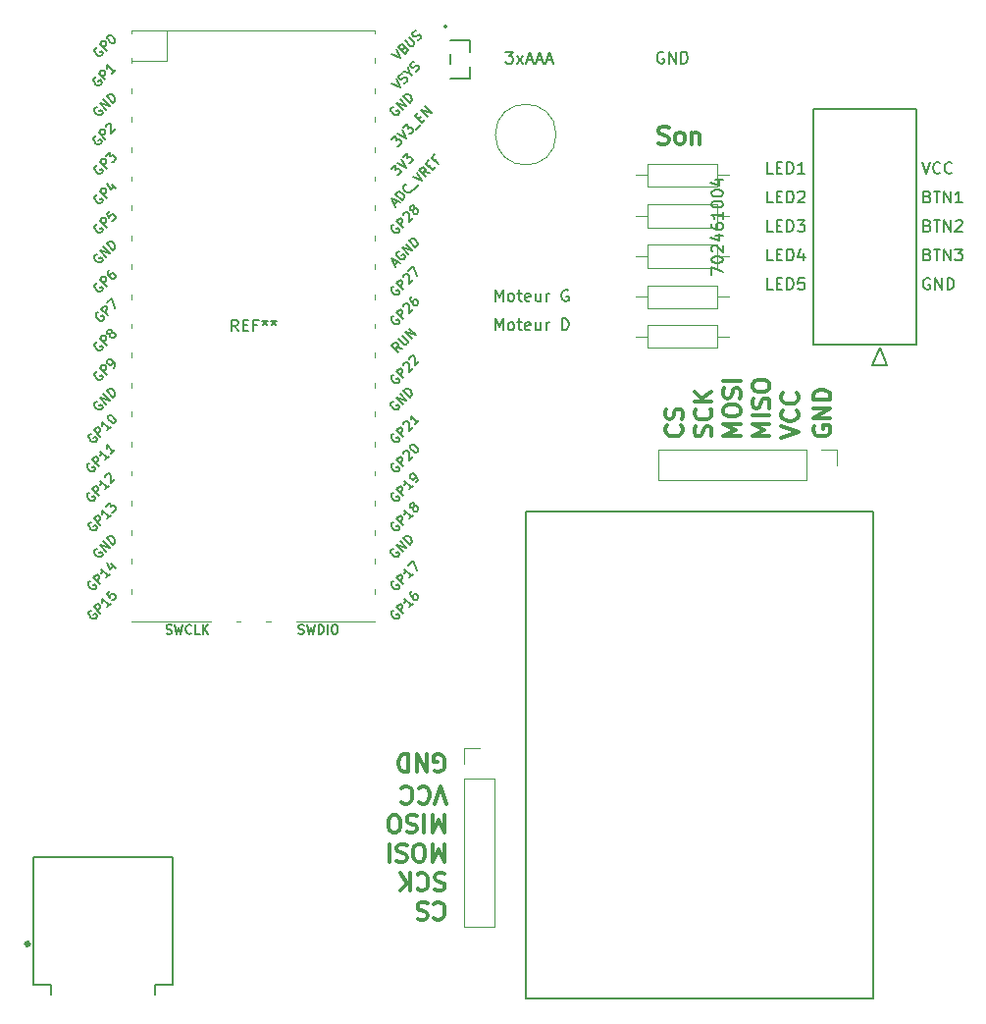
<source format=gbr>
%TF.GenerationSoftware,KiCad,Pcbnew,8.0.2*%
%TF.CreationDate,2024-05-27T09:17:52-04:00*%
%TF.ProjectId,GlassBreaker_KiCAD,476c6173-7342-4726-9561-6b65725f4b69,rev?*%
%TF.SameCoordinates,Original*%
%TF.FileFunction,Legend,Top*%
%TF.FilePolarity,Positive*%
%FSLAX46Y46*%
G04 Gerber Fmt 4.6, Leading zero omitted, Abs format (unit mm)*
G04 Created by KiCad (PCBNEW 8.0.2) date 2024-05-27 09:17:52*
%MOMM*%
%LPD*%
G01*
G04 APERTURE LIST*
%ADD10C,0.200000*%
%ADD11C,0.150000*%
%ADD12C,0.300000*%
%ADD13C,0.120000*%
%ADD14C,0.100000*%
%ADD15C,0.127000*%
%ADD16C,0.340000*%
%ADD17C,0.152400*%
G04 APERTURE END LIST*
D10*
X355500000Y-191000000D02*
X385500000Y-191000000D01*
X385500000Y-233000000D01*
X355500000Y-233000000D01*
X355500000Y-191000000D01*
D11*
X390170112Y-163846009D02*
X390312969Y-163893628D01*
X390312969Y-163893628D02*
X390360588Y-163941247D01*
X390360588Y-163941247D02*
X390408207Y-164036485D01*
X390408207Y-164036485D02*
X390408207Y-164179342D01*
X390408207Y-164179342D02*
X390360588Y-164274580D01*
X390360588Y-164274580D02*
X390312969Y-164322200D01*
X390312969Y-164322200D02*
X390217731Y-164369819D01*
X390217731Y-164369819D02*
X389836779Y-164369819D01*
X389836779Y-164369819D02*
X389836779Y-163369819D01*
X389836779Y-163369819D02*
X390170112Y-163369819D01*
X390170112Y-163369819D02*
X390265350Y-163417438D01*
X390265350Y-163417438D02*
X390312969Y-163465057D01*
X390312969Y-163465057D02*
X390360588Y-163560295D01*
X390360588Y-163560295D02*
X390360588Y-163655533D01*
X390360588Y-163655533D02*
X390312969Y-163750771D01*
X390312969Y-163750771D02*
X390265350Y-163798390D01*
X390265350Y-163798390D02*
X390170112Y-163846009D01*
X390170112Y-163846009D02*
X389836779Y-163846009D01*
X390693922Y-163369819D02*
X391265350Y-163369819D01*
X390979636Y-164369819D02*
X390979636Y-163369819D01*
X391598684Y-164369819D02*
X391598684Y-163369819D01*
X391598684Y-163369819D02*
X392170112Y-164369819D01*
X392170112Y-164369819D02*
X392170112Y-163369819D01*
X393170112Y-164369819D02*
X392598684Y-164369819D01*
X392884398Y-164369819D02*
X392884398Y-163369819D01*
X392884398Y-163369819D02*
X392789160Y-163512676D01*
X392789160Y-163512676D02*
X392693922Y-163607914D01*
X392693922Y-163607914D02*
X392598684Y-163655533D01*
D12*
X348516917Y-222270600D02*
X348302632Y-222199171D01*
X348302632Y-222199171D02*
X347945489Y-222199171D01*
X347945489Y-222199171D02*
X347802632Y-222270600D01*
X347802632Y-222270600D02*
X347731203Y-222342028D01*
X347731203Y-222342028D02*
X347659774Y-222484885D01*
X347659774Y-222484885D02*
X347659774Y-222627742D01*
X347659774Y-222627742D02*
X347731203Y-222770600D01*
X347731203Y-222770600D02*
X347802632Y-222842028D01*
X347802632Y-222842028D02*
X347945489Y-222913457D01*
X347945489Y-222913457D02*
X348231203Y-222984885D01*
X348231203Y-222984885D02*
X348374060Y-223056314D01*
X348374060Y-223056314D02*
X348445489Y-223127742D01*
X348445489Y-223127742D02*
X348516917Y-223270600D01*
X348516917Y-223270600D02*
X348516917Y-223413457D01*
X348516917Y-223413457D02*
X348445489Y-223556314D01*
X348445489Y-223556314D02*
X348374060Y-223627742D01*
X348374060Y-223627742D02*
X348231203Y-223699171D01*
X348231203Y-223699171D02*
X347874060Y-223699171D01*
X347874060Y-223699171D02*
X347659774Y-223627742D01*
X346159775Y-222342028D02*
X346231203Y-222270600D01*
X346231203Y-222270600D02*
X346445489Y-222199171D01*
X346445489Y-222199171D02*
X346588346Y-222199171D01*
X346588346Y-222199171D02*
X346802632Y-222270600D01*
X346802632Y-222270600D02*
X346945489Y-222413457D01*
X346945489Y-222413457D02*
X347016918Y-222556314D01*
X347016918Y-222556314D02*
X347088346Y-222842028D01*
X347088346Y-222842028D02*
X347088346Y-223056314D01*
X347088346Y-223056314D02*
X347016918Y-223342028D01*
X347016918Y-223342028D02*
X346945489Y-223484885D01*
X346945489Y-223484885D02*
X346802632Y-223627742D01*
X346802632Y-223627742D02*
X346588346Y-223699171D01*
X346588346Y-223699171D02*
X346445489Y-223699171D01*
X346445489Y-223699171D02*
X346231203Y-223627742D01*
X346231203Y-223627742D02*
X346159775Y-223556314D01*
X345516918Y-222199171D02*
X345516918Y-223699171D01*
X344659775Y-222199171D02*
X345302632Y-223056314D01*
X344659775Y-223699171D02*
X345516918Y-222842028D01*
D10*
X353774435Y-151367219D02*
X354393482Y-151367219D01*
X354393482Y-151367219D02*
X354060149Y-151748171D01*
X354060149Y-151748171D02*
X354203006Y-151748171D01*
X354203006Y-151748171D02*
X354298244Y-151795790D01*
X354298244Y-151795790D02*
X354345863Y-151843409D01*
X354345863Y-151843409D02*
X354393482Y-151938647D01*
X354393482Y-151938647D02*
X354393482Y-152176742D01*
X354393482Y-152176742D02*
X354345863Y-152271980D01*
X354345863Y-152271980D02*
X354298244Y-152319600D01*
X354298244Y-152319600D02*
X354203006Y-152367219D01*
X354203006Y-152367219D02*
X353917292Y-152367219D01*
X353917292Y-152367219D02*
X353822054Y-152319600D01*
X353822054Y-152319600D02*
X353774435Y-152271980D01*
X354726816Y-152367219D02*
X355250625Y-151700552D01*
X354726816Y-151700552D02*
X355250625Y-152367219D01*
X355583959Y-152081504D02*
X356060149Y-152081504D01*
X355488721Y-152367219D02*
X355822054Y-151367219D01*
X355822054Y-151367219D02*
X356155387Y-152367219D01*
X356441102Y-152081504D02*
X356917292Y-152081504D01*
X356345864Y-152367219D02*
X356679197Y-151367219D01*
X356679197Y-151367219D02*
X357012530Y-152367219D01*
X357298245Y-152081504D02*
X357774435Y-152081504D01*
X357203007Y-152367219D02*
X357536340Y-151367219D01*
X357536340Y-151367219D02*
X357869673Y-152367219D01*
D12*
X366983082Y-159229400D02*
X367197368Y-159300828D01*
X367197368Y-159300828D02*
X367554510Y-159300828D01*
X367554510Y-159300828D02*
X367697368Y-159229400D01*
X367697368Y-159229400D02*
X367768796Y-159157971D01*
X367768796Y-159157971D02*
X367840225Y-159015114D01*
X367840225Y-159015114D02*
X367840225Y-158872257D01*
X367840225Y-158872257D02*
X367768796Y-158729400D01*
X367768796Y-158729400D02*
X367697368Y-158657971D01*
X367697368Y-158657971D02*
X367554510Y-158586542D01*
X367554510Y-158586542D02*
X367268796Y-158515114D01*
X367268796Y-158515114D02*
X367125939Y-158443685D01*
X367125939Y-158443685D02*
X367054510Y-158372257D01*
X367054510Y-158372257D02*
X366983082Y-158229400D01*
X366983082Y-158229400D02*
X366983082Y-158086542D01*
X366983082Y-158086542D02*
X367054510Y-157943685D01*
X367054510Y-157943685D02*
X367125939Y-157872257D01*
X367125939Y-157872257D02*
X367268796Y-157800828D01*
X367268796Y-157800828D02*
X367625939Y-157800828D01*
X367625939Y-157800828D02*
X367840225Y-157872257D01*
X368697367Y-159300828D02*
X368554510Y-159229400D01*
X368554510Y-159229400D02*
X368483081Y-159157971D01*
X368483081Y-159157971D02*
X368411653Y-159015114D01*
X368411653Y-159015114D02*
X368411653Y-158586542D01*
X368411653Y-158586542D02*
X368483081Y-158443685D01*
X368483081Y-158443685D02*
X368554510Y-158372257D01*
X368554510Y-158372257D02*
X368697367Y-158300828D01*
X368697367Y-158300828D02*
X368911653Y-158300828D01*
X368911653Y-158300828D02*
X369054510Y-158372257D01*
X369054510Y-158372257D02*
X369125939Y-158443685D01*
X369125939Y-158443685D02*
X369197367Y-158586542D01*
X369197367Y-158586542D02*
X369197367Y-159015114D01*
X369197367Y-159015114D02*
X369125939Y-159157971D01*
X369125939Y-159157971D02*
X369054510Y-159229400D01*
X369054510Y-159229400D02*
X368911653Y-159300828D01*
X368911653Y-159300828D02*
X368697367Y-159300828D01*
X369840224Y-158300828D02*
X369840224Y-159300828D01*
X369840224Y-158443685D02*
X369911653Y-158372257D01*
X369911653Y-158372257D02*
X370054510Y-158300828D01*
X370054510Y-158300828D02*
X370268796Y-158300828D01*
X370268796Y-158300828D02*
X370411653Y-158372257D01*
X370411653Y-158372257D02*
X370483082Y-158515114D01*
X370483082Y-158515114D02*
X370483082Y-159300828D01*
X376550828Y-184445489D02*
X375050828Y-184445489D01*
X375050828Y-184445489D02*
X376122257Y-183945489D01*
X376122257Y-183945489D02*
X375050828Y-183445489D01*
X375050828Y-183445489D02*
X376550828Y-183445489D01*
X376550828Y-182731203D02*
X375050828Y-182731203D01*
X376479400Y-182088345D02*
X376550828Y-181874060D01*
X376550828Y-181874060D02*
X376550828Y-181516917D01*
X376550828Y-181516917D02*
X376479400Y-181374060D01*
X376479400Y-181374060D02*
X376407971Y-181302631D01*
X376407971Y-181302631D02*
X376265114Y-181231202D01*
X376265114Y-181231202D02*
X376122257Y-181231202D01*
X376122257Y-181231202D02*
X375979400Y-181302631D01*
X375979400Y-181302631D02*
X375907971Y-181374060D01*
X375907971Y-181374060D02*
X375836542Y-181516917D01*
X375836542Y-181516917D02*
X375765114Y-181802631D01*
X375765114Y-181802631D02*
X375693685Y-181945488D01*
X375693685Y-181945488D02*
X375622257Y-182016917D01*
X375622257Y-182016917D02*
X375479400Y-182088345D01*
X375479400Y-182088345D02*
X375336542Y-182088345D01*
X375336542Y-182088345D02*
X375193685Y-182016917D01*
X375193685Y-182016917D02*
X375122257Y-181945488D01*
X375122257Y-181945488D02*
X375050828Y-181802631D01*
X375050828Y-181802631D02*
X375050828Y-181445488D01*
X375050828Y-181445488D02*
X375122257Y-181231202D01*
X375050828Y-180302631D02*
X375050828Y-180016917D01*
X375050828Y-180016917D02*
X375122257Y-179874060D01*
X375122257Y-179874060D02*
X375265114Y-179731203D01*
X375265114Y-179731203D02*
X375550828Y-179659774D01*
X375550828Y-179659774D02*
X376050828Y-179659774D01*
X376050828Y-179659774D02*
X376336542Y-179731203D01*
X376336542Y-179731203D02*
X376479400Y-179874060D01*
X376479400Y-179874060D02*
X376550828Y-180016917D01*
X376550828Y-180016917D02*
X376550828Y-180302631D01*
X376550828Y-180302631D02*
X376479400Y-180445489D01*
X376479400Y-180445489D02*
X376336542Y-180588346D01*
X376336542Y-180588346D02*
X376050828Y-180659774D01*
X376050828Y-180659774D02*
X375550828Y-180659774D01*
X375550828Y-180659774D02*
X375265114Y-180588346D01*
X375265114Y-180588346D02*
X375122257Y-180445489D01*
X375122257Y-180445489D02*
X375050828Y-180302631D01*
X347659774Y-213377742D02*
X347802632Y-213449171D01*
X347802632Y-213449171D02*
X348016917Y-213449171D01*
X348016917Y-213449171D02*
X348231203Y-213377742D01*
X348231203Y-213377742D02*
X348374060Y-213234885D01*
X348374060Y-213234885D02*
X348445489Y-213092028D01*
X348445489Y-213092028D02*
X348516917Y-212806314D01*
X348516917Y-212806314D02*
X348516917Y-212592028D01*
X348516917Y-212592028D02*
X348445489Y-212306314D01*
X348445489Y-212306314D02*
X348374060Y-212163457D01*
X348374060Y-212163457D02*
X348231203Y-212020600D01*
X348231203Y-212020600D02*
X348016917Y-211949171D01*
X348016917Y-211949171D02*
X347874060Y-211949171D01*
X347874060Y-211949171D02*
X347659774Y-212020600D01*
X347659774Y-212020600D02*
X347588346Y-212092028D01*
X347588346Y-212092028D02*
X347588346Y-212592028D01*
X347588346Y-212592028D02*
X347874060Y-212592028D01*
X346945489Y-211949171D02*
X346945489Y-213449171D01*
X346945489Y-213449171D02*
X346088346Y-211949171D01*
X346088346Y-211949171D02*
X346088346Y-213449171D01*
X345374060Y-211949171D02*
X345374060Y-213449171D01*
X345374060Y-213449171D02*
X345016917Y-213449171D01*
X345016917Y-213449171D02*
X344802631Y-213377742D01*
X344802631Y-213377742D02*
X344659774Y-213234885D01*
X344659774Y-213234885D02*
X344588345Y-213092028D01*
X344588345Y-213092028D02*
X344516917Y-212806314D01*
X344516917Y-212806314D02*
X344516917Y-212592028D01*
X344516917Y-212592028D02*
X344588345Y-212306314D01*
X344588345Y-212306314D02*
X344659774Y-212163457D01*
X344659774Y-212163457D02*
X344802631Y-212020600D01*
X344802631Y-212020600D02*
X345016917Y-211949171D01*
X345016917Y-211949171D02*
X345374060Y-211949171D01*
X347588346Y-224842028D02*
X347659774Y-224770600D01*
X347659774Y-224770600D02*
X347874060Y-224699171D01*
X347874060Y-224699171D02*
X348016917Y-224699171D01*
X348016917Y-224699171D02*
X348231203Y-224770600D01*
X348231203Y-224770600D02*
X348374060Y-224913457D01*
X348374060Y-224913457D02*
X348445489Y-225056314D01*
X348445489Y-225056314D02*
X348516917Y-225342028D01*
X348516917Y-225342028D02*
X348516917Y-225556314D01*
X348516917Y-225556314D02*
X348445489Y-225842028D01*
X348445489Y-225842028D02*
X348374060Y-225984885D01*
X348374060Y-225984885D02*
X348231203Y-226127742D01*
X348231203Y-226127742D02*
X348016917Y-226199171D01*
X348016917Y-226199171D02*
X347874060Y-226199171D01*
X347874060Y-226199171D02*
X347659774Y-226127742D01*
X347659774Y-226127742D02*
X347588346Y-226056314D01*
X347016917Y-224770600D02*
X346802632Y-224699171D01*
X346802632Y-224699171D02*
X346445489Y-224699171D01*
X346445489Y-224699171D02*
X346302632Y-224770600D01*
X346302632Y-224770600D02*
X346231203Y-224842028D01*
X346231203Y-224842028D02*
X346159774Y-224984885D01*
X346159774Y-224984885D02*
X346159774Y-225127742D01*
X346159774Y-225127742D02*
X346231203Y-225270600D01*
X346231203Y-225270600D02*
X346302632Y-225342028D01*
X346302632Y-225342028D02*
X346445489Y-225413457D01*
X346445489Y-225413457D02*
X346731203Y-225484885D01*
X346731203Y-225484885D02*
X346874060Y-225556314D01*
X346874060Y-225556314D02*
X346945489Y-225627742D01*
X346945489Y-225627742D02*
X347016917Y-225770600D01*
X347016917Y-225770600D02*
X347016917Y-225913457D01*
X347016917Y-225913457D02*
X346945489Y-226056314D01*
X346945489Y-226056314D02*
X346874060Y-226127742D01*
X346874060Y-226127742D02*
X346731203Y-226199171D01*
X346731203Y-226199171D02*
X346374060Y-226199171D01*
X346374060Y-226199171D02*
X346159774Y-226127742D01*
D11*
X389693922Y-160869819D02*
X390027255Y-161869819D01*
X390027255Y-161869819D02*
X390360588Y-160869819D01*
X391265350Y-161774580D02*
X391217731Y-161822200D01*
X391217731Y-161822200D02*
X391074874Y-161869819D01*
X391074874Y-161869819D02*
X390979636Y-161869819D01*
X390979636Y-161869819D02*
X390836779Y-161822200D01*
X390836779Y-161822200D02*
X390741541Y-161726961D01*
X390741541Y-161726961D02*
X390693922Y-161631723D01*
X390693922Y-161631723D02*
X390646303Y-161441247D01*
X390646303Y-161441247D02*
X390646303Y-161298390D01*
X390646303Y-161298390D02*
X390693922Y-161107914D01*
X390693922Y-161107914D02*
X390741541Y-161012676D01*
X390741541Y-161012676D02*
X390836779Y-160917438D01*
X390836779Y-160917438D02*
X390979636Y-160869819D01*
X390979636Y-160869819D02*
X391074874Y-160869819D01*
X391074874Y-160869819D02*
X391217731Y-160917438D01*
X391217731Y-160917438D02*
X391265350Y-160965057D01*
X392265350Y-161774580D02*
X392217731Y-161822200D01*
X392217731Y-161822200D02*
X392074874Y-161869819D01*
X392074874Y-161869819D02*
X391979636Y-161869819D01*
X391979636Y-161869819D02*
X391836779Y-161822200D01*
X391836779Y-161822200D02*
X391741541Y-161726961D01*
X391741541Y-161726961D02*
X391693922Y-161631723D01*
X391693922Y-161631723D02*
X391646303Y-161441247D01*
X391646303Y-161441247D02*
X391646303Y-161298390D01*
X391646303Y-161298390D02*
X391693922Y-161107914D01*
X391693922Y-161107914D02*
X391741541Y-161012676D01*
X391741541Y-161012676D02*
X391836779Y-160917438D01*
X391836779Y-160917438D02*
X391979636Y-160869819D01*
X391979636Y-160869819D02*
X392074874Y-160869819D01*
X392074874Y-160869819D02*
X392217731Y-160917438D01*
X392217731Y-160917438D02*
X392265350Y-160965057D01*
D12*
X380372257Y-183659774D02*
X380300828Y-183802632D01*
X380300828Y-183802632D02*
X380300828Y-184016917D01*
X380300828Y-184016917D02*
X380372257Y-184231203D01*
X380372257Y-184231203D02*
X380515114Y-184374060D01*
X380515114Y-184374060D02*
X380657971Y-184445489D01*
X380657971Y-184445489D02*
X380943685Y-184516917D01*
X380943685Y-184516917D02*
X381157971Y-184516917D01*
X381157971Y-184516917D02*
X381443685Y-184445489D01*
X381443685Y-184445489D02*
X381586542Y-184374060D01*
X381586542Y-184374060D02*
X381729400Y-184231203D01*
X381729400Y-184231203D02*
X381800828Y-184016917D01*
X381800828Y-184016917D02*
X381800828Y-183874060D01*
X381800828Y-183874060D02*
X381729400Y-183659774D01*
X381729400Y-183659774D02*
X381657971Y-183588346D01*
X381657971Y-183588346D02*
X381157971Y-183588346D01*
X381157971Y-183588346D02*
X381157971Y-183874060D01*
X381800828Y-182945489D02*
X380300828Y-182945489D01*
X380300828Y-182945489D02*
X381800828Y-182088346D01*
X381800828Y-182088346D02*
X380300828Y-182088346D01*
X381800828Y-181374060D02*
X380300828Y-181374060D01*
X380300828Y-181374060D02*
X380300828Y-181016917D01*
X380300828Y-181016917D02*
X380372257Y-180802631D01*
X380372257Y-180802631D02*
X380515114Y-180659774D01*
X380515114Y-180659774D02*
X380657971Y-180588345D01*
X380657971Y-180588345D02*
X380943685Y-180516917D01*
X380943685Y-180516917D02*
X381157971Y-180516917D01*
X381157971Y-180516917D02*
X381443685Y-180588345D01*
X381443685Y-180588345D02*
X381586542Y-180659774D01*
X381586542Y-180659774D02*
X381729400Y-180802631D01*
X381729400Y-180802631D02*
X381800828Y-181016917D01*
X381800828Y-181016917D02*
X381800828Y-181374060D01*
D11*
X390360588Y-170917438D02*
X390265350Y-170869819D01*
X390265350Y-170869819D02*
X390122493Y-170869819D01*
X390122493Y-170869819D02*
X389979636Y-170917438D01*
X389979636Y-170917438D02*
X389884398Y-171012676D01*
X389884398Y-171012676D02*
X389836779Y-171107914D01*
X389836779Y-171107914D02*
X389789160Y-171298390D01*
X389789160Y-171298390D02*
X389789160Y-171441247D01*
X389789160Y-171441247D02*
X389836779Y-171631723D01*
X389836779Y-171631723D02*
X389884398Y-171726961D01*
X389884398Y-171726961D02*
X389979636Y-171822200D01*
X389979636Y-171822200D02*
X390122493Y-171869819D01*
X390122493Y-171869819D02*
X390217731Y-171869819D01*
X390217731Y-171869819D02*
X390360588Y-171822200D01*
X390360588Y-171822200D02*
X390408207Y-171774580D01*
X390408207Y-171774580D02*
X390408207Y-171441247D01*
X390408207Y-171441247D02*
X390217731Y-171441247D01*
X390836779Y-171869819D02*
X390836779Y-170869819D01*
X390836779Y-170869819D02*
X391408207Y-171869819D01*
X391408207Y-171869819D02*
X391408207Y-170869819D01*
X391884398Y-171869819D02*
X391884398Y-170869819D01*
X391884398Y-170869819D02*
X392122493Y-170869819D01*
X392122493Y-170869819D02*
X392265350Y-170917438D01*
X392265350Y-170917438D02*
X392360588Y-171012676D01*
X392360588Y-171012676D02*
X392408207Y-171107914D01*
X392408207Y-171107914D02*
X392455826Y-171298390D01*
X392455826Y-171298390D02*
X392455826Y-171441247D01*
X392455826Y-171441247D02*
X392408207Y-171631723D01*
X392408207Y-171631723D02*
X392360588Y-171726961D01*
X392360588Y-171726961D02*
X392265350Y-171822200D01*
X392265350Y-171822200D02*
X392122493Y-171869819D01*
X392122493Y-171869819D02*
X391884398Y-171869819D01*
X376812969Y-161869819D02*
X376336779Y-161869819D01*
X376336779Y-161869819D02*
X376336779Y-160869819D01*
X377146303Y-161346009D02*
X377479636Y-161346009D01*
X377622493Y-161869819D02*
X377146303Y-161869819D01*
X377146303Y-161869819D02*
X377146303Y-160869819D01*
X377146303Y-160869819D02*
X377622493Y-160869819D01*
X378051065Y-161869819D02*
X378051065Y-160869819D01*
X378051065Y-160869819D02*
X378289160Y-160869819D01*
X378289160Y-160869819D02*
X378432017Y-160917438D01*
X378432017Y-160917438D02*
X378527255Y-161012676D01*
X378527255Y-161012676D02*
X378574874Y-161107914D01*
X378574874Y-161107914D02*
X378622493Y-161298390D01*
X378622493Y-161298390D02*
X378622493Y-161441247D01*
X378622493Y-161441247D02*
X378574874Y-161631723D01*
X378574874Y-161631723D02*
X378527255Y-161726961D01*
X378527255Y-161726961D02*
X378432017Y-161822200D01*
X378432017Y-161822200D02*
X378289160Y-161869819D01*
X378289160Y-161869819D02*
X378051065Y-161869819D01*
X379574874Y-161869819D02*
X379003446Y-161869819D01*
X379289160Y-161869819D02*
X379289160Y-160869819D01*
X379289160Y-160869819D02*
X379193922Y-161012676D01*
X379193922Y-161012676D02*
X379098684Y-161107914D01*
X379098684Y-161107914D02*
X379003446Y-161155533D01*
X376812969Y-171869819D02*
X376336779Y-171869819D01*
X376336779Y-171869819D02*
X376336779Y-170869819D01*
X377146303Y-171346009D02*
X377479636Y-171346009D01*
X377622493Y-171869819D02*
X377146303Y-171869819D01*
X377146303Y-171869819D02*
X377146303Y-170869819D01*
X377146303Y-170869819D02*
X377622493Y-170869819D01*
X378051065Y-171869819D02*
X378051065Y-170869819D01*
X378051065Y-170869819D02*
X378289160Y-170869819D01*
X378289160Y-170869819D02*
X378432017Y-170917438D01*
X378432017Y-170917438D02*
X378527255Y-171012676D01*
X378527255Y-171012676D02*
X378574874Y-171107914D01*
X378574874Y-171107914D02*
X378622493Y-171298390D01*
X378622493Y-171298390D02*
X378622493Y-171441247D01*
X378622493Y-171441247D02*
X378574874Y-171631723D01*
X378574874Y-171631723D02*
X378527255Y-171726961D01*
X378527255Y-171726961D02*
X378432017Y-171822200D01*
X378432017Y-171822200D02*
X378289160Y-171869819D01*
X378289160Y-171869819D02*
X378051065Y-171869819D01*
X379527255Y-170869819D02*
X379051065Y-170869819D01*
X379051065Y-170869819D02*
X379003446Y-171346009D01*
X379003446Y-171346009D02*
X379051065Y-171298390D01*
X379051065Y-171298390D02*
X379146303Y-171250771D01*
X379146303Y-171250771D02*
X379384398Y-171250771D01*
X379384398Y-171250771D02*
X379479636Y-171298390D01*
X379479636Y-171298390D02*
X379527255Y-171346009D01*
X379527255Y-171346009D02*
X379574874Y-171441247D01*
X379574874Y-171441247D02*
X379574874Y-171679342D01*
X379574874Y-171679342D02*
X379527255Y-171774580D01*
X379527255Y-171774580D02*
X379479636Y-171822200D01*
X379479636Y-171822200D02*
X379384398Y-171869819D01*
X379384398Y-171869819D02*
X379146303Y-171869819D01*
X379146303Y-171869819D02*
X379051065Y-171822200D01*
X379051065Y-171822200D02*
X379003446Y-171774580D01*
X376812969Y-169369819D02*
X376336779Y-169369819D01*
X376336779Y-169369819D02*
X376336779Y-168369819D01*
X377146303Y-168846009D02*
X377479636Y-168846009D01*
X377622493Y-169369819D02*
X377146303Y-169369819D01*
X377146303Y-169369819D02*
X377146303Y-168369819D01*
X377146303Y-168369819D02*
X377622493Y-168369819D01*
X378051065Y-169369819D02*
X378051065Y-168369819D01*
X378051065Y-168369819D02*
X378289160Y-168369819D01*
X378289160Y-168369819D02*
X378432017Y-168417438D01*
X378432017Y-168417438D02*
X378527255Y-168512676D01*
X378527255Y-168512676D02*
X378574874Y-168607914D01*
X378574874Y-168607914D02*
X378622493Y-168798390D01*
X378622493Y-168798390D02*
X378622493Y-168941247D01*
X378622493Y-168941247D02*
X378574874Y-169131723D01*
X378574874Y-169131723D02*
X378527255Y-169226961D01*
X378527255Y-169226961D02*
X378432017Y-169322200D01*
X378432017Y-169322200D02*
X378289160Y-169369819D01*
X378289160Y-169369819D02*
X378051065Y-169369819D01*
X379479636Y-168703152D02*
X379479636Y-169369819D01*
X379241541Y-168322200D02*
X379003446Y-169036485D01*
X379003446Y-169036485D02*
X379622493Y-169036485D01*
D12*
X348659774Y-216199171D02*
X348159774Y-214699171D01*
X348159774Y-214699171D02*
X347659774Y-216199171D01*
X346302632Y-214842028D02*
X346374060Y-214770600D01*
X346374060Y-214770600D02*
X346588346Y-214699171D01*
X346588346Y-214699171D02*
X346731203Y-214699171D01*
X346731203Y-214699171D02*
X346945489Y-214770600D01*
X346945489Y-214770600D02*
X347088346Y-214913457D01*
X347088346Y-214913457D02*
X347159775Y-215056314D01*
X347159775Y-215056314D02*
X347231203Y-215342028D01*
X347231203Y-215342028D02*
X347231203Y-215556314D01*
X347231203Y-215556314D02*
X347159775Y-215842028D01*
X347159775Y-215842028D02*
X347088346Y-215984885D01*
X347088346Y-215984885D02*
X346945489Y-216127742D01*
X346945489Y-216127742D02*
X346731203Y-216199171D01*
X346731203Y-216199171D02*
X346588346Y-216199171D01*
X346588346Y-216199171D02*
X346374060Y-216127742D01*
X346374060Y-216127742D02*
X346302632Y-216056314D01*
X344802632Y-214842028D02*
X344874060Y-214770600D01*
X344874060Y-214770600D02*
X345088346Y-214699171D01*
X345088346Y-214699171D02*
X345231203Y-214699171D01*
X345231203Y-214699171D02*
X345445489Y-214770600D01*
X345445489Y-214770600D02*
X345588346Y-214913457D01*
X345588346Y-214913457D02*
X345659775Y-215056314D01*
X345659775Y-215056314D02*
X345731203Y-215342028D01*
X345731203Y-215342028D02*
X345731203Y-215556314D01*
X345731203Y-215556314D02*
X345659775Y-215842028D01*
X345659775Y-215842028D02*
X345588346Y-215984885D01*
X345588346Y-215984885D02*
X345445489Y-216127742D01*
X345445489Y-216127742D02*
X345231203Y-216199171D01*
X345231203Y-216199171D02*
X345088346Y-216199171D01*
X345088346Y-216199171D02*
X344874060Y-216127742D01*
X344874060Y-216127742D02*
X344802632Y-216056314D01*
X374050828Y-184445489D02*
X372550828Y-184445489D01*
X372550828Y-184445489D02*
X373622257Y-183945489D01*
X373622257Y-183945489D02*
X372550828Y-183445489D01*
X372550828Y-183445489D02*
X374050828Y-183445489D01*
X372550828Y-182445488D02*
X372550828Y-182159774D01*
X372550828Y-182159774D02*
X372622257Y-182016917D01*
X372622257Y-182016917D02*
X372765114Y-181874060D01*
X372765114Y-181874060D02*
X373050828Y-181802631D01*
X373050828Y-181802631D02*
X373550828Y-181802631D01*
X373550828Y-181802631D02*
X373836542Y-181874060D01*
X373836542Y-181874060D02*
X373979400Y-182016917D01*
X373979400Y-182016917D02*
X374050828Y-182159774D01*
X374050828Y-182159774D02*
X374050828Y-182445488D01*
X374050828Y-182445488D02*
X373979400Y-182588346D01*
X373979400Y-182588346D02*
X373836542Y-182731203D01*
X373836542Y-182731203D02*
X373550828Y-182802631D01*
X373550828Y-182802631D02*
X373050828Y-182802631D01*
X373050828Y-182802631D02*
X372765114Y-182731203D01*
X372765114Y-182731203D02*
X372622257Y-182588346D01*
X372622257Y-182588346D02*
X372550828Y-182445488D01*
X373979400Y-181231202D02*
X374050828Y-181016917D01*
X374050828Y-181016917D02*
X374050828Y-180659774D01*
X374050828Y-180659774D02*
X373979400Y-180516917D01*
X373979400Y-180516917D02*
X373907971Y-180445488D01*
X373907971Y-180445488D02*
X373765114Y-180374059D01*
X373765114Y-180374059D02*
X373622257Y-180374059D01*
X373622257Y-180374059D02*
X373479400Y-180445488D01*
X373479400Y-180445488D02*
X373407971Y-180516917D01*
X373407971Y-180516917D02*
X373336542Y-180659774D01*
X373336542Y-180659774D02*
X373265114Y-180945488D01*
X373265114Y-180945488D02*
X373193685Y-181088345D01*
X373193685Y-181088345D02*
X373122257Y-181159774D01*
X373122257Y-181159774D02*
X372979400Y-181231202D01*
X372979400Y-181231202D02*
X372836542Y-181231202D01*
X372836542Y-181231202D02*
X372693685Y-181159774D01*
X372693685Y-181159774D02*
X372622257Y-181088345D01*
X372622257Y-181088345D02*
X372550828Y-180945488D01*
X372550828Y-180945488D02*
X372550828Y-180588345D01*
X372550828Y-180588345D02*
X372622257Y-180374059D01*
X374050828Y-179731203D02*
X372550828Y-179731203D01*
X377550828Y-184659774D02*
X379050828Y-184159774D01*
X379050828Y-184159774D02*
X377550828Y-183659774D01*
X378907971Y-182302632D02*
X378979400Y-182374060D01*
X378979400Y-182374060D02*
X379050828Y-182588346D01*
X379050828Y-182588346D02*
X379050828Y-182731203D01*
X379050828Y-182731203D02*
X378979400Y-182945489D01*
X378979400Y-182945489D02*
X378836542Y-183088346D01*
X378836542Y-183088346D02*
X378693685Y-183159775D01*
X378693685Y-183159775D02*
X378407971Y-183231203D01*
X378407971Y-183231203D02*
X378193685Y-183231203D01*
X378193685Y-183231203D02*
X377907971Y-183159775D01*
X377907971Y-183159775D02*
X377765114Y-183088346D01*
X377765114Y-183088346D02*
X377622257Y-182945489D01*
X377622257Y-182945489D02*
X377550828Y-182731203D01*
X377550828Y-182731203D02*
X377550828Y-182588346D01*
X377550828Y-182588346D02*
X377622257Y-182374060D01*
X377622257Y-182374060D02*
X377693685Y-182302632D01*
X378907971Y-180802632D02*
X378979400Y-180874060D01*
X378979400Y-180874060D02*
X379050828Y-181088346D01*
X379050828Y-181088346D02*
X379050828Y-181231203D01*
X379050828Y-181231203D02*
X378979400Y-181445489D01*
X378979400Y-181445489D02*
X378836542Y-181588346D01*
X378836542Y-181588346D02*
X378693685Y-181659775D01*
X378693685Y-181659775D02*
X378407971Y-181731203D01*
X378407971Y-181731203D02*
X378193685Y-181731203D01*
X378193685Y-181731203D02*
X377907971Y-181659775D01*
X377907971Y-181659775D02*
X377765114Y-181588346D01*
X377765114Y-181588346D02*
X377622257Y-181445489D01*
X377622257Y-181445489D02*
X377550828Y-181231203D01*
X377550828Y-181231203D02*
X377550828Y-181088346D01*
X377550828Y-181088346D02*
X377622257Y-180874060D01*
X377622257Y-180874060D02*
X377693685Y-180802632D01*
X348445489Y-219699171D02*
X348445489Y-221199171D01*
X348445489Y-221199171D02*
X347945489Y-220127742D01*
X347945489Y-220127742D02*
X347445489Y-221199171D01*
X347445489Y-221199171D02*
X347445489Y-219699171D01*
X346445488Y-221199171D02*
X346159774Y-221199171D01*
X346159774Y-221199171D02*
X346016917Y-221127742D01*
X346016917Y-221127742D02*
X345874060Y-220984885D01*
X345874060Y-220984885D02*
X345802631Y-220699171D01*
X345802631Y-220699171D02*
X345802631Y-220199171D01*
X345802631Y-220199171D02*
X345874060Y-219913457D01*
X345874060Y-219913457D02*
X346016917Y-219770600D01*
X346016917Y-219770600D02*
X346159774Y-219699171D01*
X346159774Y-219699171D02*
X346445488Y-219699171D01*
X346445488Y-219699171D02*
X346588346Y-219770600D01*
X346588346Y-219770600D02*
X346731203Y-219913457D01*
X346731203Y-219913457D02*
X346802631Y-220199171D01*
X346802631Y-220199171D02*
X346802631Y-220699171D01*
X346802631Y-220699171D02*
X346731203Y-220984885D01*
X346731203Y-220984885D02*
X346588346Y-221127742D01*
X346588346Y-221127742D02*
X346445488Y-221199171D01*
X345231202Y-219770600D02*
X345016917Y-219699171D01*
X345016917Y-219699171D02*
X344659774Y-219699171D01*
X344659774Y-219699171D02*
X344516917Y-219770600D01*
X344516917Y-219770600D02*
X344445488Y-219842028D01*
X344445488Y-219842028D02*
X344374059Y-219984885D01*
X344374059Y-219984885D02*
X344374059Y-220127742D01*
X344374059Y-220127742D02*
X344445488Y-220270600D01*
X344445488Y-220270600D02*
X344516917Y-220342028D01*
X344516917Y-220342028D02*
X344659774Y-220413457D01*
X344659774Y-220413457D02*
X344945488Y-220484885D01*
X344945488Y-220484885D02*
X345088345Y-220556314D01*
X345088345Y-220556314D02*
X345159774Y-220627742D01*
X345159774Y-220627742D02*
X345231202Y-220770600D01*
X345231202Y-220770600D02*
X345231202Y-220913457D01*
X345231202Y-220913457D02*
X345159774Y-221056314D01*
X345159774Y-221056314D02*
X345088345Y-221127742D01*
X345088345Y-221127742D02*
X344945488Y-221199171D01*
X344945488Y-221199171D02*
X344588345Y-221199171D01*
X344588345Y-221199171D02*
X344374059Y-221127742D01*
X343731203Y-219699171D02*
X343731203Y-221199171D01*
D11*
X376812969Y-164369819D02*
X376336779Y-164369819D01*
X376336779Y-164369819D02*
X376336779Y-163369819D01*
X377146303Y-163846009D02*
X377479636Y-163846009D01*
X377622493Y-164369819D02*
X377146303Y-164369819D01*
X377146303Y-164369819D02*
X377146303Y-163369819D01*
X377146303Y-163369819D02*
X377622493Y-163369819D01*
X378051065Y-164369819D02*
X378051065Y-163369819D01*
X378051065Y-163369819D02*
X378289160Y-163369819D01*
X378289160Y-163369819D02*
X378432017Y-163417438D01*
X378432017Y-163417438D02*
X378527255Y-163512676D01*
X378527255Y-163512676D02*
X378574874Y-163607914D01*
X378574874Y-163607914D02*
X378622493Y-163798390D01*
X378622493Y-163798390D02*
X378622493Y-163941247D01*
X378622493Y-163941247D02*
X378574874Y-164131723D01*
X378574874Y-164131723D02*
X378527255Y-164226961D01*
X378527255Y-164226961D02*
X378432017Y-164322200D01*
X378432017Y-164322200D02*
X378289160Y-164369819D01*
X378289160Y-164369819D02*
X378051065Y-164369819D01*
X379003446Y-163465057D02*
X379051065Y-163417438D01*
X379051065Y-163417438D02*
X379146303Y-163369819D01*
X379146303Y-163369819D02*
X379384398Y-163369819D01*
X379384398Y-163369819D02*
X379479636Y-163417438D01*
X379479636Y-163417438D02*
X379527255Y-163465057D01*
X379527255Y-163465057D02*
X379574874Y-163560295D01*
X379574874Y-163560295D02*
X379574874Y-163655533D01*
X379574874Y-163655533D02*
X379527255Y-163798390D01*
X379527255Y-163798390D02*
X378955827Y-164369819D01*
X378955827Y-164369819D02*
X379574874Y-164369819D01*
X390170112Y-168846009D02*
X390312969Y-168893628D01*
X390312969Y-168893628D02*
X390360588Y-168941247D01*
X390360588Y-168941247D02*
X390408207Y-169036485D01*
X390408207Y-169036485D02*
X390408207Y-169179342D01*
X390408207Y-169179342D02*
X390360588Y-169274580D01*
X390360588Y-169274580D02*
X390312969Y-169322200D01*
X390312969Y-169322200D02*
X390217731Y-169369819D01*
X390217731Y-169369819D02*
X389836779Y-169369819D01*
X389836779Y-169369819D02*
X389836779Y-168369819D01*
X389836779Y-168369819D02*
X390170112Y-168369819D01*
X390170112Y-168369819D02*
X390265350Y-168417438D01*
X390265350Y-168417438D02*
X390312969Y-168465057D01*
X390312969Y-168465057D02*
X390360588Y-168560295D01*
X390360588Y-168560295D02*
X390360588Y-168655533D01*
X390360588Y-168655533D02*
X390312969Y-168750771D01*
X390312969Y-168750771D02*
X390265350Y-168798390D01*
X390265350Y-168798390D02*
X390170112Y-168846009D01*
X390170112Y-168846009D02*
X389836779Y-168846009D01*
X390693922Y-168369819D02*
X391265350Y-168369819D01*
X390979636Y-169369819D02*
X390979636Y-168369819D01*
X391598684Y-169369819D02*
X391598684Y-168369819D01*
X391598684Y-168369819D02*
X392170112Y-169369819D01*
X392170112Y-169369819D02*
X392170112Y-168369819D01*
X392551065Y-168369819D02*
X393170112Y-168369819D01*
X393170112Y-168369819D02*
X392836779Y-168750771D01*
X392836779Y-168750771D02*
X392979636Y-168750771D01*
X392979636Y-168750771D02*
X393074874Y-168798390D01*
X393074874Y-168798390D02*
X393122493Y-168846009D01*
X393122493Y-168846009D02*
X393170112Y-168941247D01*
X393170112Y-168941247D02*
X393170112Y-169179342D01*
X393170112Y-169179342D02*
X393122493Y-169274580D01*
X393122493Y-169274580D02*
X393074874Y-169322200D01*
X393074874Y-169322200D02*
X392979636Y-169369819D01*
X392979636Y-169369819D02*
X392693922Y-169369819D01*
X392693922Y-169369819D02*
X392598684Y-169322200D01*
X392598684Y-169322200D02*
X392551065Y-169274580D01*
D10*
X352869673Y-175367219D02*
X352869673Y-174367219D01*
X352869673Y-174367219D02*
X353203006Y-175081504D01*
X353203006Y-175081504D02*
X353536339Y-174367219D01*
X353536339Y-174367219D02*
X353536339Y-175367219D01*
X354155387Y-175367219D02*
X354060149Y-175319600D01*
X354060149Y-175319600D02*
X354012530Y-175271980D01*
X354012530Y-175271980D02*
X353964911Y-175176742D01*
X353964911Y-175176742D02*
X353964911Y-174891028D01*
X353964911Y-174891028D02*
X354012530Y-174795790D01*
X354012530Y-174795790D02*
X354060149Y-174748171D01*
X354060149Y-174748171D02*
X354155387Y-174700552D01*
X354155387Y-174700552D02*
X354298244Y-174700552D01*
X354298244Y-174700552D02*
X354393482Y-174748171D01*
X354393482Y-174748171D02*
X354441101Y-174795790D01*
X354441101Y-174795790D02*
X354488720Y-174891028D01*
X354488720Y-174891028D02*
X354488720Y-175176742D01*
X354488720Y-175176742D02*
X354441101Y-175271980D01*
X354441101Y-175271980D02*
X354393482Y-175319600D01*
X354393482Y-175319600D02*
X354298244Y-175367219D01*
X354298244Y-175367219D02*
X354155387Y-175367219D01*
X354774435Y-174700552D02*
X355155387Y-174700552D01*
X354917292Y-174367219D02*
X354917292Y-175224361D01*
X354917292Y-175224361D02*
X354964911Y-175319600D01*
X354964911Y-175319600D02*
X355060149Y-175367219D01*
X355060149Y-175367219D02*
X355155387Y-175367219D01*
X355869673Y-175319600D02*
X355774435Y-175367219D01*
X355774435Y-175367219D02*
X355583959Y-175367219D01*
X355583959Y-175367219D02*
X355488721Y-175319600D01*
X355488721Y-175319600D02*
X355441102Y-175224361D01*
X355441102Y-175224361D02*
X355441102Y-174843409D01*
X355441102Y-174843409D02*
X355488721Y-174748171D01*
X355488721Y-174748171D02*
X355583959Y-174700552D01*
X355583959Y-174700552D02*
X355774435Y-174700552D01*
X355774435Y-174700552D02*
X355869673Y-174748171D01*
X355869673Y-174748171D02*
X355917292Y-174843409D01*
X355917292Y-174843409D02*
X355917292Y-174938647D01*
X355917292Y-174938647D02*
X355441102Y-175033885D01*
X356774435Y-174700552D02*
X356774435Y-175367219D01*
X356345864Y-174700552D02*
X356345864Y-175224361D01*
X356345864Y-175224361D02*
X356393483Y-175319600D01*
X356393483Y-175319600D02*
X356488721Y-175367219D01*
X356488721Y-175367219D02*
X356631578Y-175367219D01*
X356631578Y-175367219D02*
X356726816Y-175319600D01*
X356726816Y-175319600D02*
X356774435Y-175271980D01*
X357250626Y-175367219D02*
X357250626Y-174700552D01*
X357250626Y-174891028D02*
X357298245Y-174795790D01*
X357298245Y-174795790D02*
X357345864Y-174748171D01*
X357345864Y-174748171D02*
X357441102Y-174700552D01*
X357441102Y-174700552D02*
X357536340Y-174700552D01*
X358631579Y-175367219D02*
X358631579Y-174367219D01*
X358631579Y-174367219D02*
X358869674Y-174367219D01*
X358869674Y-174367219D02*
X359012531Y-174414838D01*
X359012531Y-174414838D02*
X359107769Y-174510076D01*
X359107769Y-174510076D02*
X359155388Y-174605314D01*
X359155388Y-174605314D02*
X359203007Y-174795790D01*
X359203007Y-174795790D02*
X359203007Y-174938647D01*
X359203007Y-174938647D02*
X359155388Y-175129123D01*
X359155388Y-175129123D02*
X359107769Y-175224361D01*
X359107769Y-175224361D02*
X359012531Y-175319600D01*
X359012531Y-175319600D02*
X358869674Y-175367219D01*
X358869674Y-175367219D02*
X358631579Y-175367219D01*
D12*
X368907971Y-183588346D02*
X368979400Y-183659774D01*
X368979400Y-183659774D02*
X369050828Y-183874060D01*
X369050828Y-183874060D02*
X369050828Y-184016917D01*
X369050828Y-184016917D02*
X368979400Y-184231203D01*
X368979400Y-184231203D02*
X368836542Y-184374060D01*
X368836542Y-184374060D02*
X368693685Y-184445489D01*
X368693685Y-184445489D02*
X368407971Y-184516917D01*
X368407971Y-184516917D02*
X368193685Y-184516917D01*
X368193685Y-184516917D02*
X367907971Y-184445489D01*
X367907971Y-184445489D02*
X367765114Y-184374060D01*
X367765114Y-184374060D02*
X367622257Y-184231203D01*
X367622257Y-184231203D02*
X367550828Y-184016917D01*
X367550828Y-184016917D02*
X367550828Y-183874060D01*
X367550828Y-183874060D02*
X367622257Y-183659774D01*
X367622257Y-183659774D02*
X367693685Y-183588346D01*
X368979400Y-183016917D02*
X369050828Y-182802632D01*
X369050828Y-182802632D02*
X369050828Y-182445489D01*
X369050828Y-182445489D02*
X368979400Y-182302632D01*
X368979400Y-182302632D02*
X368907971Y-182231203D01*
X368907971Y-182231203D02*
X368765114Y-182159774D01*
X368765114Y-182159774D02*
X368622257Y-182159774D01*
X368622257Y-182159774D02*
X368479400Y-182231203D01*
X368479400Y-182231203D02*
X368407971Y-182302632D01*
X368407971Y-182302632D02*
X368336542Y-182445489D01*
X368336542Y-182445489D02*
X368265114Y-182731203D01*
X368265114Y-182731203D02*
X368193685Y-182874060D01*
X368193685Y-182874060D02*
X368122257Y-182945489D01*
X368122257Y-182945489D02*
X367979400Y-183016917D01*
X367979400Y-183016917D02*
X367836542Y-183016917D01*
X367836542Y-183016917D02*
X367693685Y-182945489D01*
X367693685Y-182945489D02*
X367622257Y-182874060D01*
X367622257Y-182874060D02*
X367550828Y-182731203D01*
X367550828Y-182731203D02*
X367550828Y-182374060D01*
X367550828Y-182374060D02*
X367622257Y-182159774D01*
D11*
X376812969Y-166869819D02*
X376336779Y-166869819D01*
X376336779Y-166869819D02*
X376336779Y-165869819D01*
X377146303Y-166346009D02*
X377479636Y-166346009D01*
X377622493Y-166869819D02*
X377146303Y-166869819D01*
X377146303Y-166869819D02*
X377146303Y-165869819D01*
X377146303Y-165869819D02*
X377622493Y-165869819D01*
X378051065Y-166869819D02*
X378051065Y-165869819D01*
X378051065Y-165869819D02*
X378289160Y-165869819D01*
X378289160Y-165869819D02*
X378432017Y-165917438D01*
X378432017Y-165917438D02*
X378527255Y-166012676D01*
X378527255Y-166012676D02*
X378574874Y-166107914D01*
X378574874Y-166107914D02*
X378622493Y-166298390D01*
X378622493Y-166298390D02*
X378622493Y-166441247D01*
X378622493Y-166441247D02*
X378574874Y-166631723D01*
X378574874Y-166631723D02*
X378527255Y-166726961D01*
X378527255Y-166726961D02*
X378432017Y-166822200D01*
X378432017Y-166822200D02*
X378289160Y-166869819D01*
X378289160Y-166869819D02*
X378051065Y-166869819D01*
X378955827Y-165869819D02*
X379574874Y-165869819D01*
X379574874Y-165869819D02*
X379241541Y-166250771D01*
X379241541Y-166250771D02*
X379384398Y-166250771D01*
X379384398Y-166250771D02*
X379479636Y-166298390D01*
X379479636Y-166298390D02*
X379527255Y-166346009D01*
X379527255Y-166346009D02*
X379574874Y-166441247D01*
X379574874Y-166441247D02*
X379574874Y-166679342D01*
X379574874Y-166679342D02*
X379527255Y-166774580D01*
X379527255Y-166774580D02*
X379479636Y-166822200D01*
X379479636Y-166822200D02*
X379384398Y-166869819D01*
X379384398Y-166869819D02*
X379098684Y-166869819D01*
X379098684Y-166869819D02*
X379003446Y-166822200D01*
X379003446Y-166822200D02*
X378955827Y-166774580D01*
X390170112Y-166346009D02*
X390312969Y-166393628D01*
X390312969Y-166393628D02*
X390360588Y-166441247D01*
X390360588Y-166441247D02*
X390408207Y-166536485D01*
X390408207Y-166536485D02*
X390408207Y-166679342D01*
X390408207Y-166679342D02*
X390360588Y-166774580D01*
X390360588Y-166774580D02*
X390312969Y-166822200D01*
X390312969Y-166822200D02*
X390217731Y-166869819D01*
X390217731Y-166869819D02*
X389836779Y-166869819D01*
X389836779Y-166869819D02*
X389836779Y-165869819D01*
X389836779Y-165869819D02*
X390170112Y-165869819D01*
X390170112Y-165869819D02*
X390265350Y-165917438D01*
X390265350Y-165917438D02*
X390312969Y-165965057D01*
X390312969Y-165965057D02*
X390360588Y-166060295D01*
X390360588Y-166060295D02*
X390360588Y-166155533D01*
X390360588Y-166155533D02*
X390312969Y-166250771D01*
X390312969Y-166250771D02*
X390265350Y-166298390D01*
X390265350Y-166298390D02*
X390170112Y-166346009D01*
X390170112Y-166346009D02*
X389836779Y-166346009D01*
X390693922Y-165869819D02*
X391265350Y-165869819D01*
X390979636Y-166869819D02*
X390979636Y-165869819D01*
X391598684Y-166869819D02*
X391598684Y-165869819D01*
X391598684Y-165869819D02*
X392170112Y-166869819D01*
X392170112Y-166869819D02*
X392170112Y-165869819D01*
X392598684Y-165965057D02*
X392646303Y-165917438D01*
X392646303Y-165917438D02*
X392741541Y-165869819D01*
X392741541Y-165869819D02*
X392979636Y-165869819D01*
X392979636Y-165869819D02*
X393074874Y-165917438D01*
X393074874Y-165917438D02*
X393122493Y-165965057D01*
X393122493Y-165965057D02*
X393170112Y-166060295D01*
X393170112Y-166060295D02*
X393170112Y-166155533D01*
X393170112Y-166155533D02*
X393122493Y-166298390D01*
X393122493Y-166298390D02*
X392551065Y-166869819D01*
X392551065Y-166869819D02*
X393170112Y-166869819D01*
D10*
X367393482Y-151414838D02*
X367298244Y-151367219D01*
X367298244Y-151367219D02*
X367155387Y-151367219D01*
X367155387Y-151367219D02*
X367012530Y-151414838D01*
X367012530Y-151414838D02*
X366917292Y-151510076D01*
X366917292Y-151510076D02*
X366869673Y-151605314D01*
X366869673Y-151605314D02*
X366822054Y-151795790D01*
X366822054Y-151795790D02*
X366822054Y-151938647D01*
X366822054Y-151938647D02*
X366869673Y-152129123D01*
X366869673Y-152129123D02*
X366917292Y-152224361D01*
X366917292Y-152224361D02*
X367012530Y-152319600D01*
X367012530Y-152319600D02*
X367155387Y-152367219D01*
X367155387Y-152367219D02*
X367250625Y-152367219D01*
X367250625Y-152367219D02*
X367393482Y-152319600D01*
X367393482Y-152319600D02*
X367441101Y-152271980D01*
X367441101Y-152271980D02*
X367441101Y-151938647D01*
X367441101Y-151938647D02*
X367250625Y-151938647D01*
X367869673Y-152367219D02*
X367869673Y-151367219D01*
X367869673Y-151367219D02*
X368441101Y-152367219D01*
X368441101Y-152367219D02*
X368441101Y-151367219D01*
X368917292Y-152367219D02*
X368917292Y-151367219D01*
X368917292Y-151367219D02*
X369155387Y-151367219D01*
X369155387Y-151367219D02*
X369298244Y-151414838D01*
X369298244Y-151414838D02*
X369393482Y-151510076D01*
X369393482Y-151510076D02*
X369441101Y-151605314D01*
X369441101Y-151605314D02*
X369488720Y-151795790D01*
X369488720Y-151795790D02*
X369488720Y-151938647D01*
X369488720Y-151938647D02*
X369441101Y-152129123D01*
X369441101Y-152129123D02*
X369393482Y-152224361D01*
X369393482Y-152224361D02*
X369298244Y-152319600D01*
X369298244Y-152319600D02*
X369155387Y-152367219D01*
X369155387Y-152367219D02*
X368917292Y-152367219D01*
D12*
X348445489Y-217199171D02*
X348445489Y-218699171D01*
X348445489Y-218699171D02*
X347945489Y-217627742D01*
X347945489Y-217627742D02*
X347445489Y-218699171D01*
X347445489Y-218699171D02*
X347445489Y-217199171D01*
X346731203Y-217199171D02*
X346731203Y-218699171D01*
X346088345Y-217270600D02*
X345874060Y-217199171D01*
X345874060Y-217199171D02*
X345516917Y-217199171D01*
X345516917Y-217199171D02*
X345374060Y-217270600D01*
X345374060Y-217270600D02*
X345302631Y-217342028D01*
X345302631Y-217342028D02*
X345231202Y-217484885D01*
X345231202Y-217484885D02*
X345231202Y-217627742D01*
X345231202Y-217627742D02*
X345302631Y-217770600D01*
X345302631Y-217770600D02*
X345374060Y-217842028D01*
X345374060Y-217842028D02*
X345516917Y-217913457D01*
X345516917Y-217913457D02*
X345802631Y-217984885D01*
X345802631Y-217984885D02*
X345945488Y-218056314D01*
X345945488Y-218056314D02*
X346016917Y-218127742D01*
X346016917Y-218127742D02*
X346088345Y-218270600D01*
X346088345Y-218270600D02*
X346088345Y-218413457D01*
X346088345Y-218413457D02*
X346016917Y-218556314D01*
X346016917Y-218556314D02*
X345945488Y-218627742D01*
X345945488Y-218627742D02*
X345802631Y-218699171D01*
X345802631Y-218699171D02*
X345445488Y-218699171D01*
X345445488Y-218699171D02*
X345231202Y-218627742D01*
X344302631Y-218699171D02*
X344016917Y-218699171D01*
X344016917Y-218699171D02*
X343874060Y-218627742D01*
X343874060Y-218627742D02*
X343731203Y-218484885D01*
X343731203Y-218484885D02*
X343659774Y-218199171D01*
X343659774Y-218199171D02*
X343659774Y-217699171D01*
X343659774Y-217699171D02*
X343731203Y-217413457D01*
X343731203Y-217413457D02*
X343874060Y-217270600D01*
X343874060Y-217270600D02*
X344016917Y-217199171D01*
X344016917Y-217199171D02*
X344302631Y-217199171D01*
X344302631Y-217199171D02*
X344445489Y-217270600D01*
X344445489Y-217270600D02*
X344588346Y-217413457D01*
X344588346Y-217413457D02*
X344659774Y-217699171D01*
X344659774Y-217699171D02*
X344659774Y-218199171D01*
X344659774Y-218199171D02*
X344588346Y-218484885D01*
X344588346Y-218484885D02*
X344445489Y-218627742D01*
X344445489Y-218627742D02*
X344302631Y-218699171D01*
D10*
X352869673Y-172867219D02*
X352869673Y-171867219D01*
X352869673Y-171867219D02*
X353203006Y-172581504D01*
X353203006Y-172581504D02*
X353536339Y-171867219D01*
X353536339Y-171867219D02*
X353536339Y-172867219D01*
X354155387Y-172867219D02*
X354060149Y-172819600D01*
X354060149Y-172819600D02*
X354012530Y-172771980D01*
X354012530Y-172771980D02*
X353964911Y-172676742D01*
X353964911Y-172676742D02*
X353964911Y-172391028D01*
X353964911Y-172391028D02*
X354012530Y-172295790D01*
X354012530Y-172295790D02*
X354060149Y-172248171D01*
X354060149Y-172248171D02*
X354155387Y-172200552D01*
X354155387Y-172200552D02*
X354298244Y-172200552D01*
X354298244Y-172200552D02*
X354393482Y-172248171D01*
X354393482Y-172248171D02*
X354441101Y-172295790D01*
X354441101Y-172295790D02*
X354488720Y-172391028D01*
X354488720Y-172391028D02*
X354488720Y-172676742D01*
X354488720Y-172676742D02*
X354441101Y-172771980D01*
X354441101Y-172771980D02*
X354393482Y-172819600D01*
X354393482Y-172819600D02*
X354298244Y-172867219D01*
X354298244Y-172867219D02*
X354155387Y-172867219D01*
X354774435Y-172200552D02*
X355155387Y-172200552D01*
X354917292Y-171867219D02*
X354917292Y-172724361D01*
X354917292Y-172724361D02*
X354964911Y-172819600D01*
X354964911Y-172819600D02*
X355060149Y-172867219D01*
X355060149Y-172867219D02*
X355155387Y-172867219D01*
X355869673Y-172819600D02*
X355774435Y-172867219D01*
X355774435Y-172867219D02*
X355583959Y-172867219D01*
X355583959Y-172867219D02*
X355488721Y-172819600D01*
X355488721Y-172819600D02*
X355441102Y-172724361D01*
X355441102Y-172724361D02*
X355441102Y-172343409D01*
X355441102Y-172343409D02*
X355488721Y-172248171D01*
X355488721Y-172248171D02*
X355583959Y-172200552D01*
X355583959Y-172200552D02*
X355774435Y-172200552D01*
X355774435Y-172200552D02*
X355869673Y-172248171D01*
X355869673Y-172248171D02*
X355917292Y-172343409D01*
X355917292Y-172343409D02*
X355917292Y-172438647D01*
X355917292Y-172438647D02*
X355441102Y-172533885D01*
X356774435Y-172200552D02*
X356774435Y-172867219D01*
X356345864Y-172200552D02*
X356345864Y-172724361D01*
X356345864Y-172724361D02*
X356393483Y-172819600D01*
X356393483Y-172819600D02*
X356488721Y-172867219D01*
X356488721Y-172867219D02*
X356631578Y-172867219D01*
X356631578Y-172867219D02*
X356726816Y-172819600D01*
X356726816Y-172819600D02*
X356774435Y-172771980D01*
X357250626Y-172867219D02*
X357250626Y-172200552D01*
X357250626Y-172391028D02*
X357298245Y-172295790D01*
X357298245Y-172295790D02*
X357345864Y-172248171D01*
X357345864Y-172248171D02*
X357441102Y-172200552D01*
X357441102Y-172200552D02*
X357536340Y-172200552D01*
X359155388Y-171914838D02*
X359060150Y-171867219D01*
X359060150Y-171867219D02*
X358917293Y-171867219D01*
X358917293Y-171867219D02*
X358774436Y-171914838D01*
X358774436Y-171914838D02*
X358679198Y-172010076D01*
X358679198Y-172010076D02*
X358631579Y-172105314D01*
X358631579Y-172105314D02*
X358583960Y-172295790D01*
X358583960Y-172295790D02*
X358583960Y-172438647D01*
X358583960Y-172438647D02*
X358631579Y-172629123D01*
X358631579Y-172629123D02*
X358679198Y-172724361D01*
X358679198Y-172724361D02*
X358774436Y-172819600D01*
X358774436Y-172819600D02*
X358917293Y-172867219D01*
X358917293Y-172867219D02*
X359012531Y-172867219D01*
X359012531Y-172867219D02*
X359155388Y-172819600D01*
X359155388Y-172819600D02*
X359203007Y-172771980D01*
X359203007Y-172771980D02*
X359203007Y-172438647D01*
X359203007Y-172438647D02*
X359012531Y-172438647D01*
D12*
X371479400Y-184516917D02*
X371550828Y-184302632D01*
X371550828Y-184302632D02*
X371550828Y-183945489D01*
X371550828Y-183945489D02*
X371479400Y-183802632D01*
X371479400Y-183802632D02*
X371407971Y-183731203D01*
X371407971Y-183731203D02*
X371265114Y-183659774D01*
X371265114Y-183659774D02*
X371122257Y-183659774D01*
X371122257Y-183659774D02*
X370979400Y-183731203D01*
X370979400Y-183731203D02*
X370907971Y-183802632D01*
X370907971Y-183802632D02*
X370836542Y-183945489D01*
X370836542Y-183945489D02*
X370765114Y-184231203D01*
X370765114Y-184231203D02*
X370693685Y-184374060D01*
X370693685Y-184374060D02*
X370622257Y-184445489D01*
X370622257Y-184445489D02*
X370479400Y-184516917D01*
X370479400Y-184516917D02*
X370336542Y-184516917D01*
X370336542Y-184516917D02*
X370193685Y-184445489D01*
X370193685Y-184445489D02*
X370122257Y-184374060D01*
X370122257Y-184374060D02*
X370050828Y-184231203D01*
X370050828Y-184231203D02*
X370050828Y-183874060D01*
X370050828Y-183874060D02*
X370122257Y-183659774D01*
X371407971Y-182159775D02*
X371479400Y-182231203D01*
X371479400Y-182231203D02*
X371550828Y-182445489D01*
X371550828Y-182445489D02*
X371550828Y-182588346D01*
X371550828Y-182588346D02*
X371479400Y-182802632D01*
X371479400Y-182802632D02*
X371336542Y-182945489D01*
X371336542Y-182945489D02*
X371193685Y-183016918D01*
X371193685Y-183016918D02*
X370907971Y-183088346D01*
X370907971Y-183088346D02*
X370693685Y-183088346D01*
X370693685Y-183088346D02*
X370407971Y-183016918D01*
X370407971Y-183016918D02*
X370265114Y-182945489D01*
X370265114Y-182945489D02*
X370122257Y-182802632D01*
X370122257Y-182802632D02*
X370050828Y-182588346D01*
X370050828Y-182588346D02*
X370050828Y-182445489D01*
X370050828Y-182445489D02*
X370122257Y-182231203D01*
X370122257Y-182231203D02*
X370193685Y-182159775D01*
X371550828Y-181516918D02*
X370050828Y-181516918D01*
X371550828Y-180659775D02*
X370693685Y-181302632D01*
X370050828Y-180659775D02*
X370907971Y-181516918D01*
D11*
X371519818Y-170562856D02*
X371519818Y-169896190D01*
X371519818Y-169896190D02*
X372519818Y-170324761D01*
X371519818Y-169324761D02*
X371519818Y-169229523D01*
X371519818Y-169229523D02*
X371567437Y-169134285D01*
X371567437Y-169134285D02*
X371615056Y-169086666D01*
X371615056Y-169086666D02*
X371710294Y-169039047D01*
X371710294Y-169039047D02*
X371900770Y-168991428D01*
X371900770Y-168991428D02*
X372138865Y-168991428D01*
X372138865Y-168991428D02*
X372329341Y-169039047D01*
X372329341Y-169039047D02*
X372424579Y-169086666D01*
X372424579Y-169086666D02*
X372472199Y-169134285D01*
X372472199Y-169134285D02*
X372519818Y-169229523D01*
X372519818Y-169229523D02*
X372519818Y-169324761D01*
X372519818Y-169324761D02*
X372472199Y-169419999D01*
X372472199Y-169419999D02*
X372424579Y-169467618D01*
X372424579Y-169467618D02*
X372329341Y-169515237D01*
X372329341Y-169515237D02*
X372138865Y-169562856D01*
X372138865Y-169562856D02*
X371900770Y-169562856D01*
X371900770Y-169562856D02*
X371710294Y-169515237D01*
X371710294Y-169515237D02*
X371615056Y-169467618D01*
X371615056Y-169467618D02*
X371567437Y-169419999D01*
X371567437Y-169419999D02*
X371519818Y-169324761D01*
X371615056Y-168610475D02*
X371567437Y-168562856D01*
X371567437Y-168562856D02*
X371519818Y-168467618D01*
X371519818Y-168467618D02*
X371519818Y-168229523D01*
X371519818Y-168229523D02*
X371567437Y-168134285D01*
X371567437Y-168134285D02*
X371615056Y-168086666D01*
X371615056Y-168086666D02*
X371710294Y-168039047D01*
X371710294Y-168039047D02*
X371805532Y-168039047D01*
X371805532Y-168039047D02*
X371948389Y-168086666D01*
X371948389Y-168086666D02*
X372519818Y-168658094D01*
X372519818Y-168658094D02*
X372519818Y-168039047D01*
X371853151Y-167181904D02*
X372519818Y-167181904D01*
X371472199Y-167419999D02*
X372186484Y-167658094D01*
X372186484Y-167658094D02*
X372186484Y-167039047D01*
X371519818Y-166229523D02*
X371519818Y-166419999D01*
X371519818Y-166419999D02*
X371567437Y-166515237D01*
X371567437Y-166515237D02*
X371615056Y-166562856D01*
X371615056Y-166562856D02*
X371757913Y-166658094D01*
X371757913Y-166658094D02*
X371948389Y-166705713D01*
X371948389Y-166705713D02*
X372329341Y-166705713D01*
X372329341Y-166705713D02*
X372424579Y-166658094D01*
X372424579Y-166658094D02*
X372472199Y-166610475D01*
X372472199Y-166610475D02*
X372519818Y-166515237D01*
X372519818Y-166515237D02*
X372519818Y-166324761D01*
X372519818Y-166324761D02*
X372472199Y-166229523D01*
X372472199Y-166229523D02*
X372424579Y-166181904D01*
X372424579Y-166181904D02*
X372329341Y-166134285D01*
X372329341Y-166134285D02*
X372091246Y-166134285D01*
X372091246Y-166134285D02*
X371996008Y-166181904D01*
X371996008Y-166181904D02*
X371948389Y-166229523D01*
X371948389Y-166229523D02*
X371900770Y-166324761D01*
X371900770Y-166324761D02*
X371900770Y-166515237D01*
X371900770Y-166515237D02*
X371948389Y-166610475D01*
X371948389Y-166610475D02*
X371996008Y-166658094D01*
X371996008Y-166658094D02*
X372091246Y-166705713D01*
X372519818Y-165181904D02*
X372519818Y-165753332D01*
X372519818Y-165467618D02*
X371519818Y-165467618D01*
X371519818Y-165467618D02*
X371662675Y-165562856D01*
X371662675Y-165562856D02*
X371757913Y-165658094D01*
X371757913Y-165658094D02*
X371805532Y-165753332D01*
X371519818Y-164562856D02*
X371519818Y-164467618D01*
X371519818Y-164467618D02*
X371567437Y-164372380D01*
X371567437Y-164372380D02*
X371615056Y-164324761D01*
X371615056Y-164324761D02*
X371710294Y-164277142D01*
X371710294Y-164277142D02*
X371900770Y-164229523D01*
X371900770Y-164229523D02*
X372138865Y-164229523D01*
X372138865Y-164229523D02*
X372329341Y-164277142D01*
X372329341Y-164277142D02*
X372424579Y-164324761D01*
X372424579Y-164324761D02*
X372472199Y-164372380D01*
X372472199Y-164372380D02*
X372519818Y-164467618D01*
X372519818Y-164467618D02*
X372519818Y-164562856D01*
X372519818Y-164562856D02*
X372472199Y-164658094D01*
X372472199Y-164658094D02*
X372424579Y-164705713D01*
X372424579Y-164705713D02*
X372329341Y-164753332D01*
X372329341Y-164753332D02*
X372138865Y-164800951D01*
X372138865Y-164800951D02*
X371900770Y-164800951D01*
X371900770Y-164800951D02*
X371710294Y-164753332D01*
X371710294Y-164753332D02*
X371615056Y-164705713D01*
X371615056Y-164705713D02*
X371567437Y-164658094D01*
X371567437Y-164658094D02*
X371519818Y-164562856D01*
X371519818Y-163610475D02*
X371519818Y-163515237D01*
X371519818Y-163515237D02*
X371567437Y-163419999D01*
X371567437Y-163419999D02*
X371615056Y-163372380D01*
X371615056Y-163372380D02*
X371710294Y-163324761D01*
X371710294Y-163324761D02*
X371900770Y-163277142D01*
X371900770Y-163277142D02*
X372138865Y-163277142D01*
X372138865Y-163277142D02*
X372329341Y-163324761D01*
X372329341Y-163324761D02*
X372424579Y-163372380D01*
X372424579Y-163372380D02*
X372472199Y-163419999D01*
X372472199Y-163419999D02*
X372519818Y-163515237D01*
X372519818Y-163515237D02*
X372519818Y-163610475D01*
X372519818Y-163610475D02*
X372472199Y-163705713D01*
X372472199Y-163705713D02*
X372424579Y-163753332D01*
X372424579Y-163753332D02*
X372329341Y-163800951D01*
X372329341Y-163800951D02*
X372138865Y-163848570D01*
X372138865Y-163848570D02*
X371900770Y-163848570D01*
X371900770Y-163848570D02*
X371710294Y-163800951D01*
X371710294Y-163800951D02*
X371615056Y-163753332D01*
X371615056Y-163753332D02*
X371567437Y-163705713D01*
X371567437Y-163705713D02*
X371519818Y-163610475D01*
X371853151Y-162419999D02*
X372519818Y-162419999D01*
X371472199Y-162658094D02*
X372186484Y-162896189D01*
X372186484Y-162896189D02*
X372186484Y-162277142D01*
X330666666Y-175454819D02*
X330333333Y-174978628D01*
X330095238Y-175454819D02*
X330095238Y-174454819D01*
X330095238Y-174454819D02*
X330476190Y-174454819D01*
X330476190Y-174454819D02*
X330571428Y-174502438D01*
X330571428Y-174502438D02*
X330619047Y-174550057D01*
X330619047Y-174550057D02*
X330666666Y-174645295D01*
X330666666Y-174645295D02*
X330666666Y-174788152D01*
X330666666Y-174788152D02*
X330619047Y-174883390D01*
X330619047Y-174883390D02*
X330571428Y-174931009D01*
X330571428Y-174931009D02*
X330476190Y-174978628D01*
X330476190Y-174978628D02*
X330095238Y-174978628D01*
X331095238Y-174931009D02*
X331428571Y-174931009D01*
X331571428Y-175454819D02*
X331095238Y-175454819D01*
X331095238Y-175454819D02*
X331095238Y-174454819D01*
X331095238Y-174454819D02*
X331571428Y-174454819D01*
X332333333Y-174931009D02*
X332000000Y-174931009D01*
X332000000Y-175454819D02*
X332000000Y-174454819D01*
X332000000Y-174454819D02*
X332476190Y-174454819D01*
X333000000Y-174454819D02*
X333000000Y-174692914D01*
X332761905Y-174597676D02*
X333000000Y-174692914D01*
X333000000Y-174692914D02*
X333238095Y-174597676D01*
X332857143Y-174883390D02*
X333000000Y-174692914D01*
X333000000Y-174692914D02*
X333142857Y-174883390D01*
X333761905Y-174454819D02*
X333761905Y-174692914D01*
X333523810Y-174597676D02*
X333761905Y-174692914D01*
X333761905Y-174692914D02*
X334000000Y-174597676D01*
X333619048Y-174883390D02*
X333761905Y-174692914D01*
X333761905Y-174692914D02*
X333904762Y-174883390D01*
X318513372Y-178931494D02*
X318432560Y-178958431D01*
X318432560Y-178958431D02*
X318351748Y-179039243D01*
X318351748Y-179039243D02*
X318297873Y-179146993D01*
X318297873Y-179146993D02*
X318297873Y-179254742D01*
X318297873Y-179254742D02*
X318324810Y-179335555D01*
X318324810Y-179335555D02*
X318405623Y-179470242D01*
X318405623Y-179470242D02*
X318486435Y-179551054D01*
X318486435Y-179551054D02*
X318621122Y-179631866D01*
X318621122Y-179631866D02*
X318701934Y-179658803D01*
X318701934Y-179658803D02*
X318809684Y-179658803D01*
X318809684Y-179658803D02*
X318917433Y-179604929D01*
X318917433Y-179604929D02*
X318971308Y-179551054D01*
X318971308Y-179551054D02*
X319025183Y-179443304D01*
X319025183Y-179443304D02*
X319025183Y-179389429D01*
X319025183Y-179389429D02*
X318836621Y-179200868D01*
X318836621Y-179200868D02*
X318728871Y-179308617D01*
X319321494Y-179200868D02*
X318755809Y-178635182D01*
X318755809Y-178635182D02*
X318971308Y-178419683D01*
X318971308Y-178419683D02*
X319052120Y-178392746D01*
X319052120Y-178392746D02*
X319105995Y-178392746D01*
X319105995Y-178392746D02*
X319186807Y-178419683D01*
X319186807Y-178419683D02*
X319267619Y-178500495D01*
X319267619Y-178500495D02*
X319294557Y-178581307D01*
X319294557Y-178581307D02*
X319294557Y-178635182D01*
X319294557Y-178635182D02*
X319267619Y-178715994D01*
X319267619Y-178715994D02*
X319052120Y-178931494D01*
X319914117Y-178608245D02*
X320021867Y-178500495D01*
X320021867Y-178500495D02*
X320048804Y-178419683D01*
X320048804Y-178419683D02*
X320048804Y-178365808D01*
X320048804Y-178365808D02*
X320021867Y-178231121D01*
X320021867Y-178231121D02*
X319941054Y-178096434D01*
X319941054Y-178096434D02*
X319725555Y-177880935D01*
X319725555Y-177880935D02*
X319644743Y-177853998D01*
X319644743Y-177853998D02*
X319590868Y-177853998D01*
X319590868Y-177853998D02*
X319510056Y-177880935D01*
X319510056Y-177880935D02*
X319402306Y-177988685D01*
X319402306Y-177988685D02*
X319375369Y-178069497D01*
X319375369Y-178069497D02*
X319375369Y-178123372D01*
X319375369Y-178123372D02*
X319402306Y-178204184D01*
X319402306Y-178204184D02*
X319536993Y-178338871D01*
X319536993Y-178338871D02*
X319617806Y-178365808D01*
X319617806Y-178365808D02*
X319671680Y-178365808D01*
X319671680Y-178365808D02*
X319752493Y-178338871D01*
X319752493Y-178338871D02*
X319860242Y-178231121D01*
X319860242Y-178231121D02*
X319887180Y-178150309D01*
X319887180Y-178150309D02*
X319887180Y-178096434D01*
X319887180Y-178096434D02*
X319860242Y-178015622D01*
X344097998Y-171590868D02*
X344017185Y-171617805D01*
X344017185Y-171617805D02*
X343936373Y-171698618D01*
X343936373Y-171698618D02*
X343882498Y-171806367D01*
X343882498Y-171806367D02*
X343882498Y-171914117D01*
X343882498Y-171914117D02*
X343909436Y-171994929D01*
X343909436Y-171994929D02*
X343990248Y-172129616D01*
X343990248Y-172129616D02*
X344071060Y-172210428D01*
X344071060Y-172210428D02*
X344205747Y-172291241D01*
X344205747Y-172291241D02*
X344286560Y-172318178D01*
X344286560Y-172318178D02*
X344394309Y-172318178D01*
X344394309Y-172318178D02*
X344502059Y-172264303D01*
X344502059Y-172264303D02*
X344555934Y-172210428D01*
X344555934Y-172210428D02*
X344609808Y-172102679D01*
X344609808Y-172102679D02*
X344609808Y-172048804D01*
X344609808Y-172048804D02*
X344421247Y-171860242D01*
X344421247Y-171860242D02*
X344313497Y-171967992D01*
X344906120Y-171860242D02*
X344340434Y-171294557D01*
X344340434Y-171294557D02*
X344555934Y-171079057D01*
X344555934Y-171079057D02*
X344636746Y-171052120D01*
X344636746Y-171052120D02*
X344690621Y-171052120D01*
X344690621Y-171052120D02*
X344771433Y-171079057D01*
X344771433Y-171079057D02*
X344852245Y-171159870D01*
X344852245Y-171159870D02*
X344879182Y-171240682D01*
X344879182Y-171240682D02*
X344879182Y-171294557D01*
X344879182Y-171294557D02*
X344852245Y-171375369D01*
X344852245Y-171375369D02*
X344636746Y-171590868D01*
X344933057Y-170809683D02*
X344933057Y-170755809D01*
X344933057Y-170755809D02*
X344959995Y-170674996D01*
X344959995Y-170674996D02*
X345094682Y-170540309D01*
X345094682Y-170540309D02*
X345175494Y-170513372D01*
X345175494Y-170513372D02*
X345229369Y-170513372D01*
X345229369Y-170513372D02*
X345310181Y-170540309D01*
X345310181Y-170540309D02*
X345364056Y-170594184D01*
X345364056Y-170594184D02*
X345417930Y-170701934D01*
X345417930Y-170701934D02*
X345417930Y-171348431D01*
X345417930Y-171348431D02*
X345768117Y-170998245D01*
X345390993Y-170243998D02*
X345768117Y-169866874D01*
X345768117Y-169866874D02*
X346091366Y-170674996D01*
X317989998Y-184280868D02*
X317909185Y-184307805D01*
X317909185Y-184307805D02*
X317828373Y-184388618D01*
X317828373Y-184388618D02*
X317774498Y-184496367D01*
X317774498Y-184496367D02*
X317774498Y-184604117D01*
X317774498Y-184604117D02*
X317801436Y-184684929D01*
X317801436Y-184684929D02*
X317882248Y-184819616D01*
X317882248Y-184819616D02*
X317963060Y-184900428D01*
X317963060Y-184900428D02*
X318097747Y-184981241D01*
X318097747Y-184981241D02*
X318178560Y-185008178D01*
X318178560Y-185008178D02*
X318286309Y-185008178D01*
X318286309Y-185008178D02*
X318394059Y-184954303D01*
X318394059Y-184954303D02*
X318447934Y-184900428D01*
X318447934Y-184900428D02*
X318501808Y-184792679D01*
X318501808Y-184792679D02*
X318501808Y-184738804D01*
X318501808Y-184738804D02*
X318313247Y-184550242D01*
X318313247Y-184550242D02*
X318205497Y-184657992D01*
X318798120Y-184550242D02*
X318232434Y-183984557D01*
X318232434Y-183984557D02*
X318447934Y-183769057D01*
X318447934Y-183769057D02*
X318528746Y-183742120D01*
X318528746Y-183742120D02*
X318582621Y-183742120D01*
X318582621Y-183742120D02*
X318663433Y-183769057D01*
X318663433Y-183769057D02*
X318744245Y-183849870D01*
X318744245Y-183849870D02*
X318771182Y-183930682D01*
X318771182Y-183930682D02*
X318771182Y-183984557D01*
X318771182Y-183984557D02*
X318744245Y-184065369D01*
X318744245Y-184065369D02*
X318528746Y-184280868D01*
X319660117Y-183688245D02*
X319336868Y-184011494D01*
X319498492Y-183849870D02*
X318932807Y-183284184D01*
X318932807Y-183284184D02*
X318959744Y-183418871D01*
X318959744Y-183418871D02*
X318959744Y-183526621D01*
X318959744Y-183526621D02*
X318932807Y-183607433D01*
X319444618Y-182772373D02*
X319498492Y-182718499D01*
X319498492Y-182718499D02*
X319579305Y-182691561D01*
X319579305Y-182691561D02*
X319633179Y-182691561D01*
X319633179Y-182691561D02*
X319713992Y-182718499D01*
X319713992Y-182718499D02*
X319848679Y-182799311D01*
X319848679Y-182799311D02*
X319983366Y-182933998D01*
X319983366Y-182933998D02*
X320064178Y-183068685D01*
X320064178Y-183068685D02*
X320091115Y-183149497D01*
X320091115Y-183149497D02*
X320091115Y-183203372D01*
X320091115Y-183203372D02*
X320064178Y-183284184D01*
X320064178Y-183284184D02*
X320010303Y-183338059D01*
X320010303Y-183338059D02*
X319929491Y-183364996D01*
X319929491Y-183364996D02*
X319875616Y-183364996D01*
X319875616Y-183364996D02*
X319794804Y-183338059D01*
X319794804Y-183338059D02*
X319660117Y-183257247D01*
X319660117Y-183257247D02*
X319525430Y-183122560D01*
X319525430Y-183122560D02*
X319444618Y-182987873D01*
X319444618Y-182987873D02*
X319417680Y-182907060D01*
X319417680Y-182907060D02*
X319417680Y-182853186D01*
X319417680Y-182853186D02*
X319444618Y-182772373D01*
X318413372Y-153521494D02*
X318332560Y-153548431D01*
X318332560Y-153548431D02*
X318251748Y-153629243D01*
X318251748Y-153629243D02*
X318197873Y-153736993D01*
X318197873Y-153736993D02*
X318197873Y-153844742D01*
X318197873Y-153844742D02*
X318224810Y-153925555D01*
X318224810Y-153925555D02*
X318305623Y-154060242D01*
X318305623Y-154060242D02*
X318386435Y-154141054D01*
X318386435Y-154141054D02*
X318521122Y-154221866D01*
X318521122Y-154221866D02*
X318601934Y-154248803D01*
X318601934Y-154248803D02*
X318709684Y-154248803D01*
X318709684Y-154248803D02*
X318817433Y-154194929D01*
X318817433Y-154194929D02*
X318871308Y-154141054D01*
X318871308Y-154141054D02*
X318925183Y-154033304D01*
X318925183Y-154033304D02*
X318925183Y-153979429D01*
X318925183Y-153979429D02*
X318736621Y-153790868D01*
X318736621Y-153790868D02*
X318628871Y-153898617D01*
X319221494Y-153790868D02*
X318655809Y-153225182D01*
X318655809Y-153225182D02*
X318871308Y-153009683D01*
X318871308Y-153009683D02*
X318952120Y-152982746D01*
X318952120Y-152982746D02*
X319005995Y-152982746D01*
X319005995Y-152982746D02*
X319086807Y-153009683D01*
X319086807Y-153009683D02*
X319167619Y-153090495D01*
X319167619Y-153090495D02*
X319194557Y-153171307D01*
X319194557Y-153171307D02*
X319194557Y-153225182D01*
X319194557Y-153225182D02*
X319167619Y-153305994D01*
X319167619Y-153305994D02*
X318952120Y-153521494D01*
X320083491Y-152928871D02*
X319760242Y-153252120D01*
X319921867Y-153090495D02*
X319356181Y-152524810D01*
X319356181Y-152524810D02*
X319383119Y-152659497D01*
X319383119Y-152659497D02*
X319383119Y-152767246D01*
X319383119Y-152767246D02*
X319356181Y-152848059D01*
X344151873Y-169741240D02*
X344421247Y-169471866D01*
X344259623Y-169956739D02*
X343882499Y-169202492D01*
X343882499Y-169202492D02*
X344636746Y-169579615D01*
X344582871Y-168555994D02*
X344502059Y-168582932D01*
X344502059Y-168582932D02*
X344421247Y-168663744D01*
X344421247Y-168663744D02*
X344367372Y-168771494D01*
X344367372Y-168771494D02*
X344367372Y-168879243D01*
X344367372Y-168879243D02*
X344394310Y-168960055D01*
X344394310Y-168960055D02*
X344475122Y-169094742D01*
X344475122Y-169094742D02*
X344555934Y-169175555D01*
X344555934Y-169175555D02*
X344690621Y-169256367D01*
X344690621Y-169256367D02*
X344771433Y-169283304D01*
X344771433Y-169283304D02*
X344879183Y-169283304D01*
X344879183Y-169283304D02*
X344986932Y-169229429D01*
X344986932Y-169229429D02*
X345040807Y-169175555D01*
X345040807Y-169175555D02*
X345094682Y-169067805D01*
X345094682Y-169067805D02*
X345094682Y-169013930D01*
X345094682Y-169013930D02*
X344906120Y-168825368D01*
X344906120Y-168825368D02*
X344798371Y-168933118D01*
X345390993Y-168825368D02*
X344825308Y-168259683D01*
X344825308Y-168259683D02*
X345714242Y-168502120D01*
X345714242Y-168502120D02*
X345148557Y-167936434D01*
X345983616Y-168232746D02*
X345417931Y-167667060D01*
X345417931Y-167667060D02*
X345552618Y-167532373D01*
X345552618Y-167532373D02*
X345660367Y-167478498D01*
X345660367Y-167478498D02*
X345768117Y-167478498D01*
X345768117Y-167478498D02*
X345848929Y-167505436D01*
X345848929Y-167505436D02*
X345983616Y-167586248D01*
X345983616Y-167586248D02*
X346064428Y-167667060D01*
X346064428Y-167667060D02*
X346145241Y-167801747D01*
X346145241Y-167801747D02*
X346172178Y-167882560D01*
X346172178Y-167882560D02*
X346172178Y-167990309D01*
X346172178Y-167990309D02*
X346118303Y-168098059D01*
X346118303Y-168098059D02*
X345983616Y-168232746D01*
X317843998Y-186820868D02*
X317763185Y-186847805D01*
X317763185Y-186847805D02*
X317682373Y-186928618D01*
X317682373Y-186928618D02*
X317628498Y-187036367D01*
X317628498Y-187036367D02*
X317628498Y-187144117D01*
X317628498Y-187144117D02*
X317655436Y-187224929D01*
X317655436Y-187224929D02*
X317736248Y-187359616D01*
X317736248Y-187359616D02*
X317817060Y-187440428D01*
X317817060Y-187440428D02*
X317951747Y-187521241D01*
X317951747Y-187521241D02*
X318032560Y-187548178D01*
X318032560Y-187548178D02*
X318140309Y-187548178D01*
X318140309Y-187548178D02*
X318248059Y-187494303D01*
X318248059Y-187494303D02*
X318301934Y-187440428D01*
X318301934Y-187440428D02*
X318355808Y-187332679D01*
X318355808Y-187332679D02*
X318355808Y-187278804D01*
X318355808Y-187278804D02*
X318167247Y-187090242D01*
X318167247Y-187090242D02*
X318059497Y-187197992D01*
X318652120Y-187090242D02*
X318086434Y-186524557D01*
X318086434Y-186524557D02*
X318301934Y-186309057D01*
X318301934Y-186309057D02*
X318382746Y-186282120D01*
X318382746Y-186282120D02*
X318436621Y-186282120D01*
X318436621Y-186282120D02*
X318517433Y-186309057D01*
X318517433Y-186309057D02*
X318598245Y-186389870D01*
X318598245Y-186389870D02*
X318625182Y-186470682D01*
X318625182Y-186470682D02*
X318625182Y-186524557D01*
X318625182Y-186524557D02*
X318598245Y-186605369D01*
X318598245Y-186605369D02*
X318382746Y-186820868D01*
X319514117Y-186228245D02*
X319190868Y-186551494D01*
X319352492Y-186389870D02*
X318786807Y-185824184D01*
X318786807Y-185824184D02*
X318813744Y-185958871D01*
X318813744Y-185958871D02*
X318813744Y-186066621D01*
X318813744Y-186066621D02*
X318786807Y-186147433D01*
X320052865Y-185689497D02*
X319729616Y-186012746D01*
X319891240Y-185851121D02*
X319325555Y-185285436D01*
X319325555Y-185285436D02*
X319352492Y-185420123D01*
X319352492Y-185420123D02*
X319352492Y-185527873D01*
X319352492Y-185527873D02*
X319325555Y-185608685D01*
X344097998Y-166246868D02*
X344017185Y-166273805D01*
X344017185Y-166273805D02*
X343936373Y-166354618D01*
X343936373Y-166354618D02*
X343882498Y-166462367D01*
X343882498Y-166462367D02*
X343882498Y-166570117D01*
X343882498Y-166570117D02*
X343909436Y-166650929D01*
X343909436Y-166650929D02*
X343990248Y-166785616D01*
X343990248Y-166785616D02*
X344071060Y-166866428D01*
X344071060Y-166866428D02*
X344205747Y-166947241D01*
X344205747Y-166947241D02*
X344286560Y-166974178D01*
X344286560Y-166974178D02*
X344394309Y-166974178D01*
X344394309Y-166974178D02*
X344502059Y-166920303D01*
X344502059Y-166920303D02*
X344555934Y-166866428D01*
X344555934Y-166866428D02*
X344609808Y-166758679D01*
X344609808Y-166758679D02*
X344609808Y-166704804D01*
X344609808Y-166704804D02*
X344421247Y-166516242D01*
X344421247Y-166516242D02*
X344313497Y-166623992D01*
X344906120Y-166516242D02*
X344340434Y-165950557D01*
X344340434Y-165950557D02*
X344555934Y-165735057D01*
X344555934Y-165735057D02*
X344636746Y-165708120D01*
X344636746Y-165708120D02*
X344690621Y-165708120D01*
X344690621Y-165708120D02*
X344771433Y-165735057D01*
X344771433Y-165735057D02*
X344852245Y-165815870D01*
X344852245Y-165815870D02*
X344879182Y-165896682D01*
X344879182Y-165896682D02*
X344879182Y-165950557D01*
X344879182Y-165950557D02*
X344852245Y-166031369D01*
X344852245Y-166031369D02*
X344636746Y-166246868D01*
X344933057Y-165465683D02*
X344933057Y-165411809D01*
X344933057Y-165411809D02*
X344959995Y-165330996D01*
X344959995Y-165330996D02*
X345094682Y-165196309D01*
X345094682Y-165196309D02*
X345175494Y-165169372D01*
X345175494Y-165169372D02*
X345229369Y-165169372D01*
X345229369Y-165169372D02*
X345310181Y-165196309D01*
X345310181Y-165196309D02*
X345364056Y-165250184D01*
X345364056Y-165250184D02*
X345417930Y-165357934D01*
X345417930Y-165357934D02*
X345417930Y-166004431D01*
X345417930Y-166004431D02*
X345768117Y-165654245D01*
X345768117Y-165007747D02*
X345687305Y-165034685D01*
X345687305Y-165034685D02*
X345633430Y-165034685D01*
X345633430Y-165034685D02*
X345552618Y-165007747D01*
X345552618Y-165007747D02*
X345525680Y-164980810D01*
X345525680Y-164980810D02*
X345498743Y-164899998D01*
X345498743Y-164899998D02*
X345498743Y-164846123D01*
X345498743Y-164846123D02*
X345525680Y-164765311D01*
X345525680Y-164765311D02*
X345633430Y-164657561D01*
X345633430Y-164657561D02*
X345714242Y-164630624D01*
X345714242Y-164630624D02*
X345768117Y-164630624D01*
X345768117Y-164630624D02*
X345848929Y-164657561D01*
X345848929Y-164657561D02*
X345875866Y-164684499D01*
X345875866Y-164684499D02*
X345902804Y-164765311D01*
X345902804Y-164765311D02*
X345902804Y-164819186D01*
X345902804Y-164819186D02*
X345875866Y-164899998D01*
X345875866Y-164899998D02*
X345768117Y-165007747D01*
X345768117Y-165007747D02*
X345741179Y-165088560D01*
X345741179Y-165088560D02*
X345741179Y-165142434D01*
X345741179Y-165142434D02*
X345768117Y-165223247D01*
X345768117Y-165223247D02*
X345875866Y-165330996D01*
X345875866Y-165330996D02*
X345956679Y-165357934D01*
X345956679Y-165357934D02*
X346010553Y-165357934D01*
X346010553Y-165357934D02*
X346091366Y-165330996D01*
X346091366Y-165330996D02*
X346199115Y-165223247D01*
X346199115Y-165223247D02*
X346226053Y-165142434D01*
X346226053Y-165142434D02*
X346226053Y-165088560D01*
X346226053Y-165088560D02*
X346199115Y-165007747D01*
X346199115Y-165007747D02*
X346091366Y-164899998D01*
X346091366Y-164899998D02*
X346010553Y-164873060D01*
X346010553Y-164873060D02*
X345956679Y-164873060D01*
X345956679Y-164873060D02*
X345875866Y-164899998D01*
X318513372Y-176391494D02*
X318432560Y-176418431D01*
X318432560Y-176418431D02*
X318351748Y-176499243D01*
X318351748Y-176499243D02*
X318297873Y-176606993D01*
X318297873Y-176606993D02*
X318297873Y-176714742D01*
X318297873Y-176714742D02*
X318324810Y-176795555D01*
X318324810Y-176795555D02*
X318405623Y-176930242D01*
X318405623Y-176930242D02*
X318486435Y-177011054D01*
X318486435Y-177011054D02*
X318621122Y-177091866D01*
X318621122Y-177091866D02*
X318701934Y-177118803D01*
X318701934Y-177118803D02*
X318809684Y-177118803D01*
X318809684Y-177118803D02*
X318917433Y-177064929D01*
X318917433Y-177064929D02*
X318971308Y-177011054D01*
X318971308Y-177011054D02*
X319025183Y-176903304D01*
X319025183Y-176903304D02*
X319025183Y-176849429D01*
X319025183Y-176849429D02*
X318836621Y-176660868D01*
X318836621Y-176660868D02*
X318728871Y-176768617D01*
X319321494Y-176660868D02*
X318755809Y-176095182D01*
X318755809Y-176095182D02*
X318971308Y-175879683D01*
X318971308Y-175879683D02*
X319052120Y-175852746D01*
X319052120Y-175852746D02*
X319105995Y-175852746D01*
X319105995Y-175852746D02*
X319186807Y-175879683D01*
X319186807Y-175879683D02*
X319267619Y-175960495D01*
X319267619Y-175960495D02*
X319294557Y-176041307D01*
X319294557Y-176041307D02*
X319294557Y-176095182D01*
X319294557Y-176095182D02*
X319267619Y-176175994D01*
X319267619Y-176175994D02*
X319052120Y-176391494D01*
X319644743Y-175691121D02*
X319563931Y-175718059D01*
X319563931Y-175718059D02*
X319510056Y-175718059D01*
X319510056Y-175718059D02*
X319429244Y-175691121D01*
X319429244Y-175691121D02*
X319402306Y-175664184D01*
X319402306Y-175664184D02*
X319375369Y-175583372D01*
X319375369Y-175583372D02*
X319375369Y-175529497D01*
X319375369Y-175529497D02*
X319402306Y-175448685D01*
X319402306Y-175448685D02*
X319510056Y-175340935D01*
X319510056Y-175340935D02*
X319590868Y-175313998D01*
X319590868Y-175313998D02*
X319644743Y-175313998D01*
X319644743Y-175313998D02*
X319725555Y-175340935D01*
X319725555Y-175340935D02*
X319752493Y-175367872D01*
X319752493Y-175367872D02*
X319779430Y-175448685D01*
X319779430Y-175448685D02*
X319779430Y-175502559D01*
X319779430Y-175502559D02*
X319752493Y-175583372D01*
X319752493Y-175583372D02*
X319644743Y-175691121D01*
X319644743Y-175691121D02*
X319617806Y-175771933D01*
X319617806Y-175771933D02*
X319617806Y-175825808D01*
X319617806Y-175825808D02*
X319644743Y-175906620D01*
X319644743Y-175906620D02*
X319752493Y-176014370D01*
X319752493Y-176014370D02*
X319833305Y-176041307D01*
X319833305Y-176041307D02*
X319887180Y-176041307D01*
X319887180Y-176041307D02*
X319967992Y-176014370D01*
X319967992Y-176014370D02*
X320075741Y-175906620D01*
X320075741Y-175906620D02*
X320102679Y-175825808D01*
X320102679Y-175825808D02*
X320102679Y-175771933D01*
X320102679Y-175771933D02*
X320075741Y-175691121D01*
X320075741Y-175691121D02*
X319967992Y-175583372D01*
X319967992Y-175583372D02*
X319887180Y-175556434D01*
X319887180Y-175556434D02*
X319833305Y-175556434D01*
X319833305Y-175556434D02*
X319752493Y-175583372D01*
X344097998Y-174120868D02*
X344017185Y-174147805D01*
X344017185Y-174147805D02*
X343936373Y-174228618D01*
X343936373Y-174228618D02*
X343882498Y-174336367D01*
X343882498Y-174336367D02*
X343882498Y-174444117D01*
X343882498Y-174444117D02*
X343909436Y-174524929D01*
X343909436Y-174524929D02*
X343990248Y-174659616D01*
X343990248Y-174659616D02*
X344071060Y-174740428D01*
X344071060Y-174740428D02*
X344205747Y-174821241D01*
X344205747Y-174821241D02*
X344286560Y-174848178D01*
X344286560Y-174848178D02*
X344394309Y-174848178D01*
X344394309Y-174848178D02*
X344502059Y-174794303D01*
X344502059Y-174794303D02*
X344555934Y-174740428D01*
X344555934Y-174740428D02*
X344609808Y-174632679D01*
X344609808Y-174632679D02*
X344609808Y-174578804D01*
X344609808Y-174578804D02*
X344421247Y-174390242D01*
X344421247Y-174390242D02*
X344313497Y-174497992D01*
X344906120Y-174390242D02*
X344340434Y-173824557D01*
X344340434Y-173824557D02*
X344555934Y-173609057D01*
X344555934Y-173609057D02*
X344636746Y-173582120D01*
X344636746Y-173582120D02*
X344690621Y-173582120D01*
X344690621Y-173582120D02*
X344771433Y-173609057D01*
X344771433Y-173609057D02*
X344852245Y-173689870D01*
X344852245Y-173689870D02*
X344879182Y-173770682D01*
X344879182Y-173770682D02*
X344879182Y-173824557D01*
X344879182Y-173824557D02*
X344852245Y-173905369D01*
X344852245Y-173905369D02*
X344636746Y-174120868D01*
X344933057Y-173339683D02*
X344933057Y-173285809D01*
X344933057Y-173285809D02*
X344959995Y-173204996D01*
X344959995Y-173204996D02*
X345094682Y-173070309D01*
X345094682Y-173070309D02*
X345175494Y-173043372D01*
X345175494Y-173043372D02*
X345229369Y-173043372D01*
X345229369Y-173043372D02*
X345310181Y-173070309D01*
X345310181Y-173070309D02*
X345364056Y-173124184D01*
X345364056Y-173124184D02*
X345417930Y-173231934D01*
X345417930Y-173231934D02*
X345417930Y-173878431D01*
X345417930Y-173878431D02*
X345768117Y-173528245D01*
X345687305Y-172477686D02*
X345579555Y-172585436D01*
X345579555Y-172585436D02*
X345552618Y-172666248D01*
X345552618Y-172666248D02*
X345552618Y-172720123D01*
X345552618Y-172720123D02*
X345579555Y-172854810D01*
X345579555Y-172854810D02*
X345660367Y-172989497D01*
X345660367Y-172989497D02*
X345875866Y-173204996D01*
X345875866Y-173204996D02*
X345956679Y-173231934D01*
X345956679Y-173231934D02*
X346010553Y-173231934D01*
X346010553Y-173231934D02*
X346091366Y-173204996D01*
X346091366Y-173204996D02*
X346199115Y-173097247D01*
X346199115Y-173097247D02*
X346226053Y-173016434D01*
X346226053Y-173016434D02*
X346226053Y-172962560D01*
X346226053Y-172962560D02*
X346199115Y-172881747D01*
X346199115Y-172881747D02*
X346064428Y-172747060D01*
X346064428Y-172747060D02*
X345983616Y-172720123D01*
X345983616Y-172720123D02*
X345929741Y-172720123D01*
X345929741Y-172720123D02*
X345848929Y-172747060D01*
X345848929Y-172747060D02*
X345741179Y-172854810D01*
X345741179Y-172854810D02*
X345714242Y-172935622D01*
X345714242Y-172935622D02*
X345714242Y-172989497D01*
X345714242Y-172989497D02*
X345741179Y-173070309D01*
X343953406Y-151527585D02*
X344707653Y-151904709D01*
X344707653Y-151904709D02*
X344330529Y-151150462D01*
X344977027Y-151042712D02*
X345084776Y-150988838D01*
X345084776Y-150988838D02*
X345138651Y-150988838D01*
X345138651Y-150988838D02*
X345219463Y-151015775D01*
X345219463Y-151015775D02*
X345300276Y-151096587D01*
X345300276Y-151096587D02*
X345327213Y-151177399D01*
X345327213Y-151177399D02*
X345327213Y-151231274D01*
X345327213Y-151231274D02*
X345300276Y-151312086D01*
X345300276Y-151312086D02*
X345084776Y-151527586D01*
X345084776Y-151527586D02*
X344519091Y-150961900D01*
X344519091Y-150961900D02*
X344707653Y-150773338D01*
X344707653Y-150773338D02*
X344788465Y-150746401D01*
X344788465Y-150746401D02*
X344842340Y-150746401D01*
X344842340Y-150746401D02*
X344923152Y-150773338D01*
X344923152Y-150773338D02*
X344977027Y-150827213D01*
X344977027Y-150827213D02*
X345003964Y-150908025D01*
X345003964Y-150908025D02*
X345003964Y-150961900D01*
X345003964Y-150961900D02*
X344977027Y-151042712D01*
X344977027Y-151042712D02*
X344788465Y-151231274D01*
X345084776Y-150396215D02*
X345542712Y-150854151D01*
X345542712Y-150854151D02*
X345623524Y-150881088D01*
X345623524Y-150881088D02*
X345677399Y-150881088D01*
X345677399Y-150881088D02*
X345758211Y-150854151D01*
X345758211Y-150854151D02*
X345865961Y-150746401D01*
X345865961Y-150746401D02*
X345892898Y-150665589D01*
X345892898Y-150665589D02*
X345892898Y-150611714D01*
X345892898Y-150611714D02*
X345865961Y-150530902D01*
X345865961Y-150530902D02*
X345408025Y-150072966D01*
X346189210Y-150369277D02*
X346296959Y-150315403D01*
X346296959Y-150315403D02*
X346431646Y-150180716D01*
X346431646Y-150180716D02*
X346458584Y-150099903D01*
X346458584Y-150099903D02*
X346458584Y-150046029D01*
X346458584Y-150046029D02*
X346431646Y-149965216D01*
X346431646Y-149965216D02*
X346377771Y-149911342D01*
X346377771Y-149911342D02*
X346296959Y-149884404D01*
X346296959Y-149884404D02*
X346243084Y-149884404D01*
X346243084Y-149884404D02*
X346162272Y-149911342D01*
X346162272Y-149911342D02*
X346027585Y-149992154D01*
X346027585Y-149992154D02*
X345946773Y-150019091D01*
X345946773Y-150019091D02*
X345892898Y-150019091D01*
X345892898Y-150019091D02*
X345812086Y-149992154D01*
X345812086Y-149992154D02*
X345758211Y-149938279D01*
X345758211Y-149938279D02*
X345731274Y-149857467D01*
X345731274Y-149857467D02*
X345731274Y-149803592D01*
X345731274Y-149803592D02*
X345758211Y-149722780D01*
X345758211Y-149722780D02*
X345892898Y-149588093D01*
X345892898Y-149588093D02*
X346000648Y-149534218D01*
X324490475Y-201524200D02*
X324604761Y-201562295D01*
X324604761Y-201562295D02*
X324795237Y-201562295D01*
X324795237Y-201562295D02*
X324871428Y-201524200D01*
X324871428Y-201524200D02*
X324909523Y-201486104D01*
X324909523Y-201486104D02*
X324947618Y-201409914D01*
X324947618Y-201409914D02*
X324947618Y-201333723D01*
X324947618Y-201333723D02*
X324909523Y-201257533D01*
X324909523Y-201257533D02*
X324871428Y-201219438D01*
X324871428Y-201219438D02*
X324795237Y-201181342D01*
X324795237Y-201181342D02*
X324642856Y-201143247D01*
X324642856Y-201143247D02*
X324566666Y-201105152D01*
X324566666Y-201105152D02*
X324528571Y-201067057D01*
X324528571Y-201067057D02*
X324490475Y-200990866D01*
X324490475Y-200990866D02*
X324490475Y-200914676D01*
X324490475Y-200914676D02*
X324528571Y-200838485D01*
X324528571Y-200838485D02*
X324566666Y-200800390D01*
X324566666Y-200800390D02*
X324642856Y-200762295D01*
X324642856Y-200762295D02*
X324833333Y-200762295D01*
X324833333Y-200762295D02*
X324947618Y-200800390D01*
X325214285Y-200762295D02*
X325404761Y-201562295D01*
X325404761Y-201562295D02*
X325557142Y-200990866D01*
X325557142Y-200990866D02*
X325709523Y-201562295D01*
X325709523Y-201562295D02*
X325900000Y-200762295D01*
X326661905Y-201486104D02*
X326623809Y-201524200D01*
X326623809Y-201524200D02*
X326509524Y-201562295D01*
X326509524Y-201562295D02*
X326433333Y-201562295D01*
X326433333Y-201562295D02*
X326319047Y-201524200D01*
X326319047Y-201524200D02*
X326242857Y-201448009D01*
X326242857Y-201448009D02*
X326204762Y-201371819D01*
X326204762Y-201371819D02*
X326166666Y-201219438D01*
X326166666Y-201219438D02*
X326166666Y-201105152D01*
X326166666Y-201105152D02*
X326204762Y-200952771D01*
X326204762Y-200952771D02*
X326242857Y-200876580D01*
X326242857Y-200876580D02*
X326319047Y-200800390D01*
X326319047Y-200800390D02*
X326433333Y-200762295D01*
X326433333Y-200762295D02*
X326509524Y-200762295D01*
X326509524Y-200762295D02*
X326623809Y-200800390D01*
X326623809Y-200800390D02*
X326661905Y-200838485D01*
X327385714Y-201562295D02*
X327004762Y-201562295D01*
X327004762Y-201562295D02*
X327004762Y-200762295D01*
X327652381Y-201562295D02*
X327652381Y-200762295D01*
X328109524Y-201562295D02*
X327766666Y-201105152D01*
X328109524Y-200762295D02*
X327652381Y-201219438D01*
X343920749Y-154070242D02*
X344674996Y-154447366D01*
X344674996Y-154447366D02*
X344297873Y-153693118D01*
X344998245Y-154070242D02*
X345105995Y-154016367D01*
X345105995Y-154016367D02*
X345240682Y-153881680D01*
X345240682Y-153881680D02*
X345267619Y-153800868D01*
X345267619Y-153800868D02*
X345267619Y-153746993D01*
X345267619Y-153746993D02*
X345240682Y-153666181D01*
X345240682Y-153666181D02*
X345186807Y-153612306D01*
X345186807Y-153612306D02*
X345105995Y-153585369D01*
X345105995Y-153585369D02*
X345052120Y-153585369D01*
X345052120Y-153585369D02*
X344971308Y-153612306D01*
X344971308Y-153612306D02*
X344836621Y-153693118D01*
X344836621Y-153693118D02*
X344755808Y-153720056D01*
X344755808Y-153720056D02*
X344701934Y-153720056D01*
X344701934Y-153720056D02*
X344621121Y-153693118D01*
X344621121Y-153693118D02*
X344567247Y-153639244D01*
X344567247Y-153639244D02*
X344540309Y-153558431D01*
X344540309Y-153558431D02*
X344540309Y-153504557D01*
X344540309Y-153504557D02*
X344567247Y-153423744D01*
X344567247Y-153423744D02*
X344701934Y-153289057D01*
X344701934Y-153289057D02*
X344809683Y-153235183D01*
X345429244Y-153154370D02*
X345698618Y-153423744D01*
X344944370Y-153046621D02*
X345429244Y-153154370D01*
X345429244Y-153154370D02*
X345321494Y-152669497D01*
X346021866Y-153046621D02*
X346129616Y-152992746D01*
X346129616Y-152992746D02*
X346264303Y-152858059D01*
X346264303Y-152858059D02*
X346291240Y-152777247D01*
X346291240Y-152777247D02*
X346291240Y-152723372D01*
X346291240Y-152723372D02*
X346264303Y-152642560D01*
X346264303Y-152642560D02*
X346210428Y-152588685D01*
X346210428Y-152588685D02*
X346129616Y-152561748D01*
X346129616Y-152561748D02*
X346075741Y-152561748D01*
X346075741Y-152561748D02*
X345994929Y-152588685D01*
X345994929Y-152588685D02*
X345860242Y-152669497D01*
X345860242Y-152669497D02*
X345779430Y-152696435D01*
X345779430Y-152696435D02*
X345725555Y-152696435D01*
X345725555Y-152696435D02*
X345644743Y-152669497D01*
X345644743Y-152669497D02*
X345590868Y-152615622D01*
X345590868Y-152615622D02*
X345563930Y-152534810D01*
X345563930Y-152534810D02*
X345563930Y-152480935D01*
X345563930Y-152480935D02*
X345590868Y-152400123D01*
X345590868Y-152400123D02*
X345725555Y-152265436D01*
X345725555Y-152265436D02*
X345833304Y-152211561D01*
X318613372Y-173821494D02*
X318532560Y-173848431D01*
X318532560Y-173848431D02*
X318451748Y-173929243D01*
X318451748Y-173929243D02*
X318397873Y-174036993D01*
X318397873Y-174036993D02*
X318397873Y-174144742D01*
X318397873Y-174144742D02*
X318424810Y-174225555D01*
X318424810Y-174225555D02*
X318505623Y-174360242D01*
X318505623Y-174360242D02*
X318586435Y-174441054D01*
X318586435Y-174441054D02*
X318721122Y-174521866D01*
X318721122Y-174521866D02*
X318801934Y-174548803D01*
X318801934Y-174548803D02*
X318909684Y-174548803D01*
X318909684Y-174548803D02*
X319017433Y-174494929D01*
X319017433Y-174494929D02*
X319071308Y-174441054D01*
X319071308Y-174441054D02*
X319125183Y-174333304D01*
X319125183Y-174333304D02*
X319125183Y-174279429D01*
X319125183Y-174279429D02*
X318936621Y-174090868D01*
X318936621Y-174090868D02*
X318828871Y-174198617D01*
X319421494Y-174090868D02*
X318855809Y-173525182D01*
X318855809Y-173525182D02*
X319071308Y-173309683D01*
X319071308Y-173309683D02*
X319152120Y-173282746D01*
X319152120Y-173282746D02*
X319205995Y-173282746D01*
X319205995Y-173282746D02*
X319286807Y-173309683D01*
X319286807Y-173309683D02*
X319367619Y-173390495D01*
X319367619Y-173390495D02*
X319394557Y-173471307D01*
X319394557Y-173471307D02*
X319394557Y-173525182D01*
X319394557Y-173525182D02*
X319367619Y-173605994D01*
X319367619Y-173605994D02*
X319152120Y-173821494D01*
X319367619Y-173013372D02*
X319744743Y-172636248D01*
X319744743Y-172636248D02*
X320067992Y-173444370D01*
X335904761Y-201524200D02*
X336019047Y-201562295D01*
X336019047Y-201562295D02*
X336209523Y-201562295D01*
X336209523Y-201562295D02*
X336285714Y-201524200D01*
X336285714Y-201524200D02*
X336323809Y-201486104D01*
X336323809Y-201486104D02*
X336361904Y-201409914D01*
X336361904Y-201409914D02*
X336361904Y-201333723D01*
X336361904Y-201333723D02*
X336323809Y-201257533D01*
X336323809Y-201257533D02*
X336285714Y-201219438D01*
X336285714Y-201219438D02*
X336209523Y-201181342D01*
X336209523Y-201181342D02*
X336057142Y-201143247D01*
X336057142Y-201143247D02*
X335980952Y-201105152D01*
X335980952Y-201105152D02*
X335942857Y-201067057D01*
X335942857Y-201067057D02*
X335904761Y-200990866D01*
X335904761Y-200990866D02*
X335904761Y-200914676D01*
X335904761Y-200914676D02*
X335942857Y-200838485D01*
X335942857Y-200838485D02*
X335980952Y-200800390D01*
X335980952Y-200800390D02*
X336057142Y-200762295D01*
X336057142Y-200762295D02*
X336247619Y-200762295D01*
X336247619Y-200762295D02*
X336361904Y-200800390D01*
X336628571Y-200762295D02*
X336819047Y-201562295D01*
X336819047Y-201562295D02*
X336971428Y-200990866D01*
X336971428Y-200990866D02*
X337123809Y-201562295D01*
X337123809Y-201562295D02*
X337314286Y-200762295D01*
X337619048Y-201562295D02*
X337619048Y-200762295D01*
X337619048Y-200762295D02*
X337809524Y-200762295D01*
X337809524Y-200762295D02*
X337923810Y-200800390D01*
X337923810Y-200800390D02*
X338000000Y-200876580D01*
X338000000Y-200876580D02*
X338038095Y-200952771D01*
X338038095Y-200952771D02*
X338076191Y-201105152D01*
X338076191Y-201105152D02*
X338076191Y-201219438D01*
X338076191Y-201219438D02*
X338038095Y-201371819D01*
X338038095Y-201371819D02*
X338000000Y-201448009D01*
X338000000Y-201448009D02*
X337923810Y-201524200D01*
X337923810Y-201524200D02*
X337809524Y-201562295D01*
X337809524Y-201562295D02*
X337619048Y-201562295D01*
X338419048Y-201562295D02*
X338419048Y-200762295D01*
X338952381Y-200762295D02*
X339104762Y-200762295D01*
X339104762Y-200762295D02*
X339180952Y-200800390D01*
X339180952Y-200800390D02*
X339257143Y-200876580D01*
X339257143Y-200876580D02*
X339295238Y-201028961D01*
X339295238Y-201028961D02*
X339295238Y-201295628D01*
X339295238Y-201295628D02*
X339257143Y-201448009D01*
X339257143Y-201448009D02*
X339180952Y-201524200D01*
X339180952Y-201524200D02*
X339104762Y-201562295D01*
X339104762Y-201562295D02*
X338952381Y-201562295D01*
X338952381Y-201562295D02*
X338876190Y-201524200D01*
X338876190Y-201524200D02*
X338800000Y-201448009D01*
X338800000Y-201448009D02*
X338761904Y-201295628D01*
X338761904Y-201295628D02*
X338761904Y-201028961D01*
X338761904Y-201028961D02*
X338800000Y-200876580D01*
X338800000Y-200876580D02*
X338876190Y-200800390D01*
X338876190Y-200800390D02*
X338952381Y-200762295D01*
X344097998Y-199520868D02*
X344017185Y-199547805D01*
X344017185Y-199547805D02*
X343936373Y-199628618D01*
X343936373Y-199628618D02*
X343882498Y-199736367D01*
X343882498Y-199736367D02*
X343882498Y-199844117D01*
X343882498Y-199844117D02*
X343909436Y-199924929D01*
X343909436Y-199924929D02*
X343990248Y-200059616D01*
X343990248Y-200059616D02*
X344071060Y-200140428D01*
X344071060Y-200140428D02*
X344205747Y-200221241D01*
X344205747Y-200221241D02*
X344286560Y-200248178D01*
X344286560Y-200248178D02*
X344394309Y-200248178D01*
X344394309Y-200248178D02*
X344502059Y-200194303D01*
X344502059Y-200194303D02*
X344555934Y-200140428D01*
X344555934Y-200140428D02*
X344609808Y-200032679D01*
X344609808Y-200032679D02*
X344609808Y-199978804D01*
X344609808Y-199978804D02*
X344421247Y-199790242D01*
X344421247Y-199790242D02*
X344313497Y-199897992D01*
X344906120Y-199790242D02*
X344340434Y-199224557D01*
X344340434Y-199224557D02*
X344555934Y-199009057D01*
X344555934Y-199009057D02*
X344636746Y-198982120D01*
X344636746Y-198982120D02*
X344690621Y-198982120D01*
X344690621Y-198982120D02*
X344771433Y-199009057D01*
X344771433Y-199009057D02*
X344852245Y-199089870D01*
X344852245Y-199089870D02*
X344879182Y-199170682D01*
X344879182Y-199170682D02*
X344879182Y-199224557D01*
X344879182Y-199224557D02*
X344852245Y-199305369D01*
X344852245Y-199305369D02*
X344636746Y-199520868D01*
X345768117Y-198928245D02*
X345444868Y-199251494D01*
X345606492Y-199089870D02*
X345040807Y-198524184D01*
X345040807Y-198524184D02*
X345067744Y-198658871D01*
X345067744Y-198658871D02*
X345067744Y-198766621D01*
X345067744Y-198766621D02*
X345040807Y-198847433D01*
X345687305Y-197877686D02*
X345579555Y-197985436D01*
X345579555Y-197985436D02*
X345552618Y-198066248D01*
X345552618Y-198066248D02*
X345552618Y-198120123D01*
X345552618Y-198120123D02*
X345579555Y-198254810D01*
X345579555Y-198254810D02*
X345660367Y-198389497D01*
X345660367Y-198389497D02*
X345875866Y-198604996D01*
X345875866Y-198604996D02*
X345956679Y-198631934D01*
X345956679Y-198631934D02*
X346010553Y-198631934D01*
X346010553Y-198631934D02*
X346091366Y-198604996D01*
X346091366Y-198604996D02*
X346199115Y-198497247D01*
X346199115Y-198497247D02*
X346226053Y-198416434D01*
X346226053Y-198416434D02*
X346226053Y-198362560D01*
X346226053Y-198362560D02*
X346199115Y-198281747D01*
X346199115Y-198281747D02*
X346064428Y-198147060D01*
X346064428Y-198147060D02*
X345983616Y-198120123D01*
X345983616Y-198120123D02*
X345929741Y-198120123D01*
X345929741Y-198120123D02*
X345848929Y-198147060D01*
X345848929Y-198147060D02*
X345741179Y-198254810D01*
X345741179Y-198254810D02*
X345714242Y-198335622D01*
X345714242Y-198335622D02*
X345714242Y-198389497D01*
X345714242Y-198389497D02*
X345741179Y-198470309D01*
X317843998Y-189360868D02*
X317763185Y-189387805D01*
X317763185Y-189387805D02*
X317682373Y-189468618D01*
X317682373Y-189468618D02*
X317628498Y-189576367D01*
X317628498Y-189576367D02*
X317628498Y-189684117D01*
X317628498Y-189684117D02*
X317655436Y-189764929D01*
X317655436Y-189764929D02*
X317736248Y-189899616D01*
X317736248Y-189899616D02*
X317817060Y-189980428D01*
X317817060Y-189980428D02*
X317951747Y-190061241D01*
X317951747Y-190061241D02*
X318032560Y-190088178D01*
X318032560Y-190088178D02*
X318140309Y-190088178D01*
X318140309Y-190088178D02*
X318248059Y-190034303D01*
X318248059Y-190034303D02*
X318301934Y-189980428D01*
X318301934Y-189980428D02*
X318355808Y-189872679D01*
X318355808Y-189872679D02*
X318355808Y-189818804D01*
X318355808Y-189818804D02*
X318167247Y-189630242D01*
X318167247Y-189630242D02*
X318059497Y-189737992D01*
X318652120Y-189630242D02*
X318086434Y-189064557D01*
X318086434Y-189064557D02*
X318301934Y-188849057D01*
X318301934Y-188849057D02*
X318382746Y-188822120D01*
X318382746Y-188822120D02*
X318436621Y-188822120D01*
X318436621Y-188822120D02*
X318517433Y-188849057D01*
X318517433Y-188849057D02*
X318598245Y-188929870D01*
X318598245Y-188929870D02*
X318625182Y-189010682D01*
X318625182Y-189010682D02*
X318625182Y-189064557D01*
X318625182Y-189064557D02*
X318598245Y-189145369D01*
X318598245Y-189145369D02*
X318382746Y-189360868D01*
X319514117Y-188768245D02*
X319190868Y-189091494D01*
X319352492Y-188929870D02*
X318786807Y-188364184D01*
X318786807Y-188364184D02*
X318813744Y-188498871D01*
X318813744Y-188498871D02*
X318813744Y-188606621D01*
X318813744Y-188606621D02*
X318786807Y-188687433D01*
X319217805Y-188040935D02*
X319217805Y-187987060D01*
X319217805Y-187987060D02*
X319244743Y-187906248D01*
X319244743Y-187906248D02*
X319379430Y-187771561D01*
X319379430Y-187771561D02*
X319460242Y-187744624D01*
X319460242Y-187744624D02*
X319514117Y-187744624D01*
X319514117Y-187744624D02*
X319594929Y-187771561D01*
X319594929Y-187771561D02*
X319648804Y-187825436D01*
X319648804Y-187825436D02*
X319702679Y-187933186D01*
X319702679Y-187933186D02*
X319702679Y-188579683D01*
X319702679Y-188579683D02*
X320052865Y-188229497D01*
X344086435Y-181498431D02*
X344005623Y-181525368D01*
X344005623Y-181525368D02*
X343924811Y-181606180D01*
X343924811Y-181606180D02*
X343870936Y-181713930D01*
X343870936Y-181713930D02*
X343870936Y-181821680D01*
X343870936Y-181821680D02*
X343897873Y-181902492D01*
X343897873Y-181902492D02*
X343978685Y-182037179D01*
X343978685Y-182037179D02*
X344059498Y-182117991D01*
X344059498Y-182117991D02*
X344194185Y-182198803D01*
X344194185Y-182198803D02*
X344274997Y-182225741D01*
X344274997Y-182225741D02*
X344382746Y-182225741D01*
X344382746Y-182225741D02*
X344490496Y-182171866D01*
X344490496Y-182171866D02*
X344544371Y-182117991D01*
X344544371Y-182117991D02*
X344598246Y-182010241D01*
X344598246Y-182010241D02*
X344598246Y-181956367D01*
X344598246Y-181956367D02*
X344409684Y-181767805D01*
X344409684Y-181767805D02*
X344301934Y-181875554D01*
X344894557Y-181767805D02*
X344328872Y-181202119D01*
X344328872Y-181202119D02*
X345217806Y-181444556D01*
X345217806Y-181444556D02*
X344652120Y-180878871D01*
X345487180Y-181175182D02*
X344921494Y-180609497D01*
X344921494Y-180609497D02*
X345056181Y-180474810D01*
X345056181Y-180474810D02*
X345163931Y-180420935D01*
X345163931Y-180420935D02*
X345271680Y-180420935D01*
X345271680Y-180420935D02*
X345352493Y-180447872D01*
X345352493Y-180447872D02*
X345487180Y-180528685D01*
X345487180Y-180528685D02*
X345567992Y-180609497D01*
X345567992Y-180609497D02*
X345648804Y-180744184D01*
X345648804Y-180744184D02*
X345675741Y-180824996D01*
X345675741Y-180824996D02*
X345675741Y-180932746D01*
X345675741Y-180932746D02*
X345621867Y-181040495D01*
X345621867Y-181040495D02*
X345487180Y-181175182D01*
X318513372Y-166231494D02*
X318432560Y-166258431D01*
X318432560Y-166258431D02*
X318351748Y-166339243D01*
X318351748Y-166339243D02*
X318297873Y-166446993D01*
X318297873Y-166446993D02*
X318297873Y-166554742D01*
X318297873Y-166554742D02*
X318324810Y-166635555D01*
X318324810Y-166635555D02*
X318405623Y-166770242D01*
X318405623Y-166770242D02*
X318486435Y-166851054D01*
X318486435Y-166851054D02*
X318621122Y-166931866D01*
X318621122Y-166931866D02*
X318701934Y-166958803D01*
X318701934Y-166958803D02*
X318809684Y-166958803D01*
X318809684Y-166958803D02*
X318917433Y-166904929D01*
X318917433Y-166904929D02*
X318971308Y-166851054D01*
X318971308Y-166851054D02*
X319025183Y-166743304D01*
X319025183Y-166743304D02*
X319025183Y-166689429D01*
X319025183Y-166689429D02*
X318836621Y-166500868D01*
X318836621Y-166500868D02*
X318728871Y-166608617D01*
X319321494Y-166500868D02*
X318755809Y-165935182D01*
X318755809Y-165935182D02*
X318971308Y-165719683D01*
X318971308Y-165719683D02*
X319052120Y-165692746D01*
X319052120Y-165692746D02*
X319105995Y-165692746D01*
X319105995Y-165692746D02*
X319186807Y-165719683D01*
X319186807Y-165719683D02*
X319267619Y-165800495D01*
X319267619Y-165800495D02*
X319294557Y-165881307D01*
X319294557Y-165881307D02*
X319294557Y-165935182D01*
X319294557Y-165935182D02*
X319267619Y-166015994D01*
X319267619Y-166015994D02*
X319052120Y-166231494D01*
X319590868Y-165100123D02*
X319321494Y-165369497D01*
X319321494Y-165369497D02*
X319563931Y-165665808D01*
X319563931Y-165665808D02*
X319563931Y-165611933D01*
X319563931Y-165611933D02*
X319590868Y-165531121D01*
X319590868Y-165531121D02*
X319725555Y-165396434D01*
X319725555Y-165396434D02*
X319806367Y-165369497D01*
X319806367Y-165369497D02*
X319860242Y-165369497D01*
X319860242Y-165369497D02*
X319941054Y-165396434D01*
X319941054Y-165396434D02*
X320075741Y-165531121D01*
X320075741Y-165531121D02*
X320102679Y-165611933D01*
X320102679Y-165611933D02*
X320102679Y-165665808D01*
X320102679Y-165665808D02*
X320075741Y-165746620D01*
X320075741Y-165746620D02*
X319941054Y-165881307D01*
X319941054Y-165881307D02*
X319860242Y-165908245D01*
X319860242Y-165908245D02*
X319806367Y-165908245D01*
X344838651Y-176943710D02*
X344380716Y-176862898D01*
X344515403Y-177266959D02*
X343949717Y-176701274D01*
X343949717Y-176701274D02*
X344165216Y-176485775D01*
X344165216Y-176485775D02*
X344246029Y-176458837D01*
X344246029Y-176458837D02*
X344299903Y-176458837D01*
X344299903Y-176458837D02*
X344380716Y-176485775D01*
X344380716Y-176485775D02*
X344461528Y-176566587D01*
X344461528Y-176566587D02*
X344488465Y-176647399D01*
X344488465Y-176647399D02*
X344488465Y-176701274D01*
X344488465Y-176701274D02*
X344461528Y-176782086D01*
X344461528Y-176782086D02*
X344246029Y-176997585D01*
X344515403Y-176135588D02*
X344973338Y-176593524D01*
X344973338Y-176593524D02*
X345054151Y-176620462D01*
X345054151Y-176620462D02*
X345108025Y-176620462D01*
X345108025Y-176620462D02*
X345188838Y-176593524D01*
X345188838Y-176593524D02*
X345296587Y-176485775D01*
X345296587Y-176485775D02*
X345323525Y-176404962D01*
X345323525Y-176404962D02*
X345323525Y-176351088D01*
X345323525Y-176351088D02*
X345296587Y-176270275D01*
X345296587Y-176270275D02*
X344838651Y-175812340D01*
X345673711Y-176108651D02*
X345108025Y-175542966D01*
X345108025Y-175542966D02*
X345996959Y-175785402D01*
X345996959Y-175785402D02*
X345431274Y-175219717D01*
X344155064Y-164534049D02*
X344424438Y-164264675D01*
X344262813Y-164749549D02*
X343885690Y-163995301D01*
X343885690Y-163995301D02*
X344639937Y-164372425D01*
X344828499Y-164183863D02*
X344262813Y-163618178D01*
X344262813Y-163618178D02*
X344397500Y-163483491D01*
X344397500Y-163483491D02*
X344505250Y-163429616D01*
X344505250Y-163429616D02*
X344612999Y-163429616D01*
X344612999Y-163429616D02*
X344693812Y-163456553D01*
X344693812Y-163456553D02*
X344828499Y-163537366D01*
X344828499Y-163537366D02*
X344909311Y-163618178D01*
X344909311Y-163618178D02*
X344990123Y-163752865D01*
X344990123Y-163752865D02*
X345017060Y-163833677D01*
X345017060Y-163833677D02*
X345017060Y-163941427D01*
X345017060Y-163941427D02*
X344963186Y-164049176D01*
X344963186Y-164049176D02*
X344828499Y-164183863D01*
X345663558Y-163241054D02*
X345663558Y-163294929D01*
X345663558Y-163294929D02*
X345609683Y-163402679D01*
X345609683Y-163402679D02*
X345555808Y-163456553D01*
X345555808Y-163456553D02*
X345448059Y-163510428D01*
X345448059Y-163510428D02*
X345340309Y-163510428D01*
X345340309Y-163510428D02*
X345259497Y-163483491D01*
X345259497Y-163483491D02*
X345124810Y-163402679D01*
X345124810Y-163402679D02*
X345043998Y-163321866D01*
X345043998Y-163321866D02*
X344963186Y-163187179D01*
X344963186Y-163187179D02*
X344936248Y-163106367D01*
X344936248Y-163106367D02*
X344936248Y-162998618D01*
X344936248Y-162998618D02*
X344990123Y-162890868D01*
X344990123Y-162890868D02*
X345043998Y-162836993D01*
X345043998Y-162836993D02*
X345151747Y-162783118D01*
X345151747Y-162783118D02*
X345205622Y-162783118D01*
X345879057Y-163241054D02*
X346310056Y-162810056D01*
X345744370Y-162136621D02*
X346498618Y-162513744D01*
X346498618Y-162513744D02*
X346121494Y-161759497D01*
X347198990Y-161813372D02*
X346741054Y-161732560D01*
X346875741Y-162136621D02*
X346310056Y-161570935D01*
X346310056Y-161570935D02*
X346525555Y-161355436D01*
X346525555Y-161355436D02*
X346606367Y-161328499D01*
X346606367Y-161328499D02*
X346660242Y-161328499D01*
X346660242Y-161328499D02*
X346741054Y-161355436D01*
X346741054Y-161355436D02*
X346821866Y-161436248D01*
X346821866Y-161436248D02*
X346848804Y-161517061D01*
X346848804Y-161517061D02*
X346848804Y-161570935D01*
X346848804Y-161570935D02*
X346821866Y-161651748D01*
X346821866Y-161651748D02*
X346606367Y-161867247D01*
X347145115Y-161274624D02*
X347333677Y-161086062D01*
X347710800Y-161301561D02*
X347441426Y-161570935D01*
X347441426Y-161570935D02*
X346875741Y-161005250D01*
X346875741Y-161005250D02*
X347145115Y-160735876D01*
X347845488Y-160574251D02*
X347656926Y-160762813D01*
X347953237Y-161059125D02*
X347387552Y-160493439D01*
X347387552Y-160493439D02*
X347656926Y-160224065D01*
X343890123Y-161490868D02*
X344240309Y-161140682D01*
X344240309Y-161140682D02*
X344267247Y-161544743D01*
X344267247Y-161544743D02*
X344348059Y-161463931D01*
X344348059Y-161463931D02*
X344428871Y-161436993D01*
X344428871Y-161436993D02*
X344482746Y-161436993D01*
X344482746Y-161436993D02*
X344563558Y-161463931D01*
X344563558Y-161463931D02*
X344698245Y-161598618D01*
X344698245Y-161598618D02*
X344725182Y-161679430D01*
X344725182Y-161679430D02*
X344725182Y-161733305D01*
X344725182Y-161733305D02*
X344698245Y-161814117D01*
X344698245Y-161814117D02*
X344536621Y-161975741D01*
X344536621Y-161975741D02*
X344455808Y-162002679D01*
X344455808Y-162002679D02*
X344401934Y-162002679D01*
X344401934Y-160979057D02*
X345156181Y-161356181D01*
X345156181Y-161356181D02*
X344779057Y-160601934D01*
X344913744Y-160467247D02*
X345263930Y-160117061D01*
X345263930Y-160117061D02*
X345290868Y-160521122D01*
X345290868Y-160521122D02*
X345371680Y-160440309D01*
X345371680Y-160440309D02*
X345452492Y-160413372D01*
X345452492Y-160413372D02*
X345506367Y-160413372D01*
X345506367Y-160413372D02*
X345587179Y-160440309D01*
X345587179Y-160440309D02*
X345721866Y-160574996D01*
X345721866Y-160574996D02*
X345748804Y-160655809D01*
X345748804Y-160655809D02*
X345748804Y-160709683D01*
X345748804Y-160709683D02*
X345721866Y-160790496D01*
X345721866Y-160790496D02*
X345560242Y-160952120D01*
X345560242Y-160952120D02*
X345479430Y-160979057D01*
X345479430Y-160979057D02*
X345425555Y-160979057D01*
X318413372Y-158611494D02*
X318332560Y-158638431D01*
X318332560Y-158638431D02*
X318251748Y-158719243D01*
X318251748Y-158719243D02*
X318197873Y-158826993D01*
X318197873Y-158826993D02*
X318197873Y-158934742D01*
X318197873Y-158934742D02*
X318224810Y-159015555D01*
X318224810Y-159015555D02*
X318305623Y-159150242D01*
X318305623Y-159150242D02*
X318386435Y-159231054D01*
X318386435Y-159231054D02*
X318521122Y-159311866D01*
X318521122Y-159311866D02*
X318601934Y-159338803D01*
X318601934Y-159338803D02*
X318709684Y-159338803D01*
X318709684Y-159338803D02*
X318817433Y-159284929D01*
X318817433Y-159284929D02*
X318871308Y-159231054D01*
X318871308Y-159231054D02*
X318925183Y-159123304D01*
X318925183Y-159123304D02*
X318925183Y-159069429D01*
X318925183Y-159069429D02*
X318736621Y-158880868D01*
X318736621Y-158880868D02*
X318628871Y-158988617D01*
X319221494Y-158880868D02*
X318655809Y-158315182D01*
X318655809Y-158315182D02*
X318871308Y-158099683D01*
X318871308Y-158099683D02*
X318952120Y-158072746D01*
X318952120Y-158072746D02*
X319005995Y-158072746D01*
X319005995Y-158072746D02*
X319086807Y-158099683D01*
X319086807Y-158099683D02*
X319167619Y-158180495D01*
X319167619Y-158180495D02*
X319194557Y-158261307D01*
X319194557Y-158261307D02*
X319194557Y-158315182D01*
X319194557Y-158315182D02*
X319167619Y-158395994D01*
X319167619Y-158395994D02*
X318952120Y-158611494D01*
X319248432Y-157830309D02*
X319248432Y-157776434D01*
X319248432Y-157776434D02*
X319275369Y-157695622D01*
X319275369Y-157695622D02*
X319410056Y-157560935D01*
X319410056Y-157560935D02*
X319490868Y-157533998D01*
X319490868Y-157533998D02*
X319544743Y-157533998D01*
X319544743Y-157533998D02*
X319625555Y-157560935D01*
X319625555Y-157560935D02*
X319679430Y-157614810D01*
X319679430Y-157614810D02*
X319733305Y-157722559D01*
X319733305Y-157722559D02*
X319733305Y-158369057D01*
X319733305Y-158369057D02*
X320083491Y-158018871D01*
X317989998Y-199520868D02*
X317909185Y-199547805D01*
X317909185Y-199547805D02*
X317828373Y-199628618D01*
X317828373Y-199628618D02*
X317774498Y-199736367D01*
X317774498Y-199736367D02*
X317774498Y-199844117D01*
X317774498Y-199844117D02*
X317801436Y-199924929D01*
X317801436Y-199924929D02*
X317882248Y-200059616D01*
X317882248Y-200059616D02*
X317963060Y-200140428D01*
X317963060Y-200140428D02*
X318097747Y-200221241D01*
X318097747Y-200221241D02*
X318178560Y-200248178D01*
X318178560Y-200248178D02*
X318286309Y-200248178D01*
X318286309Y-200248178D02*
X318394059Y-200194303D01*
X318394059Y-200194303D02*
X318447934Y-200140428D01*
X318447934Y-200140428D02*
X318501808Y-200032679D01*
X318501808Y-200032679D02*
X318501808Y-199978804D01*
X318501808Y-199978804D02*
X318313247Y-199790242D01*
X318313247Y-199790242D02*
X318205497Y-199897992D01*
X318798120Y-199790242D02*
X318232434Y-199224557D01*
X318232434Y-199224557D02*
X318447934Y-199009057D01*
X318447934Y-199009057D02*
X318528746Y-198982120D01*
X318528746Y-198982120D02*
X318582621Y-198982120D01*
X318582621Y-198982120D02*
X318663433Y-199009057D01*
X318663433Y-199009057D02*
X318744245Y-199089870D01*
X318744245Y-199089870D02*
X318771182Y-199170682D01*
X318771182Y-199170682D02*
X318771182Y-199224557D01*
X318771182Y-199224557D02*
X318744245Y-199305369D01*
X318744245Y-199305369D02*
X318528746Y-199520868D01*
X319660117Y-198928245D02*
X319336868Y-199251494D01*
X319498492Y-199089870D02*
X318932807Y-198524184D01*
X318932807Y-198524184D02*
X318959744Y-198658871D01*
X318959744Y-198658871D02*
X318959744Y-198766621D01*
X318959744Y-198766621D02*
X318932807Y-198847433D01*
X319606242Y-197850749D02*
X319336868Y-198120123D01*
X319336868Y-198120123D02*
X319579305Y-198416434D01*
X319579305Y-198416434D02*
X319579305Y-198362560D01*
X319579305Y-198362560D02*
X319606242Y-198281747D01*
X319606242Y-198281747D02*
X319740929Y-198147060D01*
X319740929Y-198147060D02*
X319821741Y-198120123D01*
X319821741Y-198120123D02*
X319875616Y-198120123D01*
X319875616Y-198120123D02*
X319956428Y-198147060D01*
X319956428Y-198147060D02*
X320091115Y-198281747D01*
X320091115Y-198281747D02*
X320118053Y-198362560D01*
X320118053Y-198362560D02*
X320118053Y-198416434D01*
X320118053Y-198416434D02*
X320091115Y-198497247D01*
X320091115Y-198497247D02*
X319956428Y-198631934D01*
X319956428Y-198631934D02*
X319875616Y-198658871D01*
X319875616Y-198658871D02*
X319821741Y-198658871D01*
X318486435Y-168798431D02*
X318405623Y-168825368D01*
X318405623Y-168825368D02*
X318324811Y-168906180D01*
X318324811Y-168906180D02*
X318270936Y-169013930D01*
X318270936Y-169013930D02*
X318270936Y-169121680D01*
X318270936Y-169121680D02*
X318297873Y-169202492D01*
X318297873Y-169202492D02*
X318378685Y-169337179D01*
X318378685Y-169337179D02*
X318459498Y-169417991D01*
X318459498Y-169417991D02*
X318594185Y-169498803D01*
X318594185Y-169498803D02*
X318674997Y-169525741D01*
X318674997Y-169525741D02*
X318782746Y-169525741D01*
X318782746Y-169525741D02*
X318890496Y-169471866D01*
X318890496Y-169471866D02*
X318944371Y-169417991D01*
X318944371Y-169417991D02*
X318998246Y-169310241D01*
X318998246Y-169310241D02*
X318998246Y-169256367D01*
X318998246Y-169256367D02*
X318809684Y-169067805D01*
X318809684Y-169067805D02*
X318701934Y-169175554D01*
X319294557Y-169067805D02*
X318728872Y-168502119D01*
X318728872Y-168502119D02*
X319617806Y-168744556D01*
X319617806Y-168744556D02*
X319052120Y-168178871D01*
X319887180Y-168475182D02*
X319321494Y-167909497D01*
X319321494Y-167909497D02*
X319456181Y-167774810D01*
X319456181Y-167774810D02*
X319563931Y-167720935D01*
X319563931Y-167720935D02*
X319671680Y-167720935D01*
X319671680Y-167720935D02*
X319752493Y-167747872D01*
X319752493Y-167747872D02*
X319887180Y-167828685D01*
X319887180Y-167828685D02*
X319967992Y-167909497D01*
X319967992Y-167909497D02*
X320048804Y-168044184D01*
X320048804Y-168044184D02*
X320075741Y-168124996D01*
X320075741Y-168124996D02*
X320075741Y-168232746D01*
X320075741Y-168232746D02*
X320021867Y-168340495D01*
X320021867Y-168340495D02*
X319887180Y-168475182D01*
X344097998Y-196980868D02*
X344017185Y-197007805D01*
X344017185Y-197007805D02*
X343936373Y-197088618D01*
X343936373Y-197088618D02*
X343882498Y-197196367D01*
X343882498Y-197196367D02*
X343882498Y-197304117D01*
X343882498Y-197304117D02*
X343909436Y-197384929D01*
X343909436Y-197384929D02*
X343990248Y-197519616D01*
X343990248Y-197519616D02*
X344071060Y-197600428D01*
X344071060Y-197600428D02*
X344205747Y-197681241D01*
X344205747Y-197681241D02*
X344286560Y-197708178D01*
X344286560Y-197708178D02*
X344394309Y-197708178D01*
X344394309Y-197708178D02*
X344502059Y-197654303D01*
X344502059Y-197654303D02*
X344555934Y-197600428D01*
X344555934Y-197600428D02*
X344609808Y-197492679D01*
X344609808Y-197492679D02*
X344609808Y-197438804D01*
X344609808Y-197438804D02*
X344421247Y-197250242D01*
X344421247Y-197250242D02*
X344313497Y-197357992D01*
X344906120Y-197250242D02*
X344340434Y-196684557D01*
X344340434Y-196684557D02*
X344555934Y-196469057D01*
X344555934Y-196469057D02*
X344636746Y-196442120D01*
X344636746Y-196442120D02*
X344690621Y-196442120D01*
X344690621Y-196442120D02*
X344771433Y-196469057D01*
X344771433Y-196469057D02*
X344852245Y-196549870D01*
X344852245Y-196549870D02*
X344879182Y-196630682D01*
X344879182Y-196630682D02*
X344879182Y-196684557D01*
X344879182Y-196684557D02*
X344852245Y-196765369D01*
X344852245Y-196765369D02*
X344636746Y-196980868D01*
X345768117Y-196388245D02*
X345444868Y-196711494D01*
X345606492Y-196549870D02*
X345040807Y-195984184D01*
X345040807Y-195984184D02*
X345067744Y-196118871D01*
X345067744Y-196118871D02*
X345067744Y-196226621D01*
X345067744Y-196226621D02*
X345040807Y-196307433D01*
X345390993Y-195633998D02*
X345768117Y-195256874D01*
X345768117Y-195256874D02*
X346091366Y-196064996D01*
X317989998Y-191900868D02*
X317909185Y-191927805D01*
X317909185Y-191927805D02*
X317828373Y-192008618D01*
X317828373Y-192008618D02*
X317774498Y-192116367D01*
X317774498Y-192116367D02*
X317774498Y-192224117D01*
X317774498Y-192224117D02*
X317801436Y-192304929D01*
X317801436Y-192304929D02*
X317882248Y-192439616D01*
X317882248Y-192439616D02*
X317963060Y-192520428D01*
X317963060Y-192520428D02*
X318097747Y-192601241D01*
X318097747Y-192601241D02*
X318178560Y-192628178D01*
X318178560Y-192628178D02*
X318286309Y-192628178D01*
X318286309Y-192628178D02*
X318394059Y-192574303D01*
X318394059Y-192574303D02*
X318447934Y-192520428D01*
X318447934Y-192520428D02*
X318501808Y-192412679D01*
X318501808Y-192412679D02*
X318501808Y-192358804D01*
X318501808Y-192358804D02*
X318313247Y-192170242D01*
X318313247Y-192170242D02*
X318205497Y-192277992D01*
X318798120Y-192170242D02*
X318232434Y-191604557D01*
X318232434Y-191604557D02*
X318447934Y-191389057D01*
X318447934Y-191389057D02*
X318528746Y-191362120D01*
X318528746Y-191362120D02*
X318582621Y-191362120D01*
X318582621Y-191362120D02*
X318663433Y-191389057D01*
X318663433Y-191389057D02*
X318744245Y-191469870D01*
X318744245Y-191469870D02*
X318771182Y-191550682D01*
X318771182Y-191550682D02*
X318771182Y-191604557D01*
X318771182Y-191604557D02*
X318744245Y-191685369D01*
X318744245Y-191685369D02*
X318528746Y-191900868D01*
X319660117Y-191308245D02*
X319336868Y-191631494D01*
X319498492Y-191469870D02*
X318932807Y-190904184D01*
X318932807Y-190904184D02*
X318959744Y-191038871D01*
X318959744Y-191038871D02*
X318959744Y-191146621D01*
X318959744Y-191146621D02*
X318932807Y-191227433D01*
X319282993Y-190553998D02*
X319633179Y-190203812D01*
X319633179Y-190203812D02*
X319660117Y-190607873D01*
X319660117Y-190607873D02*
X319740929Y-190527060D01*
X319740929Y-190527060D02*
X319821741Y-190500123D01*
X319821741Y-190500123D02*
X319875616Y-190500123D01*
X319875616Y-190500123D02*
X319956428Y-190527060D01*
X319956428Y-190527060D02*
X320091115Y-190661747D01*
X320091115Y-190661747D02*
X320118053Y-190742560D01*
X320118053Y-190742560D02*
X320118053Y-190796434D01*
X320118053Y-190796434D02*
X320091115Y-190877247D01*
X320091115Y-190877247D02*
X319929491Y-191038871D01*
X319929491Y-191038871D02*
X319848679Y-191065808D01*
X319848679Y-191065808D02*
X319794804Y-191065808D01*
X318513372Y-150991494D02*
X318432560Y-151018431D01*
X318432560Y-151018431D02*
X318351748Y-151099243D01*
X318351748Y-151099243D02*
X318297873Y-151206993D01*
X318297873Y-151206993D02*
X318297873Y-151314742D01*
X318297873Y-151314742D02*
X318324810Y-151395555D01*
X318324810Y-151395555D02*
X318405623Y-151530242D01*
X318405623Y-151530242D02*
X318486435Y-151611054D01*
X318486435Y-151611054D02*
X318621122Y-151691866D01*
X318621122Y-151691866D02*
X318701934Y-151718803D01*
X318701934Y-151718803D02*
X318809684Y-151718803D01*
X318809684Y-151718803D02*
X318917433Y-151664929D01*
X318917433Y-151664929D02*
X318971308Y-151611054D01*
X318971308Y-151611054D02*
X319025183Y-151503304D01*
X319025183Y-151503304D02*
X319025183Y-151449429D01*
X319025183Y-151449429D02*
X318836621Y-151260868D01*
X318836621Y-151260868D02*
X318728871Y-151368617D01*
X319321494Y-151260868D02*
X318755809Y-150695182D01*
X318755809Y-150695182D02*
X318971308Y-150479683D01*
X318971308Y-150479683D02*
X319052120Y-150452746D01*
X319052120Y-150452746D02*
X319105995Y-150452746D01*
X319105995Y-150452746D02*
X319186807Y-150479683D01*
X319186807Y-150479683D02*
X319267619Y-150560495D01*
X319267619Y-150560495D02*
X319294557Y-150641307D01*
X319294557Y-150641307D02*
X319294557Y-150695182D01*
X319294557Y-150695182D02*
X319267619Y-150775994D01*
X319267619Y-150775994D02*
X319052120Y-150991494D01*
X319429244Y-150021747D02*
X319483119Y-149967872D01*
X319483119Y-149967872D02*
X319563931Y-149940935D01*
X319563931Y-149940935D02*
X319617806Y-149940935D01*
X319617806Y-149940935D02*
X319698618Y-149967872D01*
X319698618Y-149967872D02*
X319833305Y-150048685D01*
X319833305Y-150048685D02*
X319967992Y-150183372D01*
X319967992Y-150183372D02*
X320048804Y-150318059D01*
X320048804Y-150318059D02*
X320075741Y-150398871D01*
X320075741Y-150398871D02*
X320075741Y-150452746D01*
X320075741Y-150452746D02*
X320048804Y-150533558D01*
X320048804Y-150533558D02*
X319994929Y-150587433D01*
X319994929Y-150587433D02*
X319914117Y-150614370D01*
X319914117Y-150614370D02*
X319860242Y-150614370D01*
X319860242Y-150614370D02*
X319779430Y-150587433D01*
X319779430Y-150587433D02*
X319644743Y-150506620D01*
X319644743Y-150506620D02*
X319510056Y-150371933D01*
X319510056Y-150371933D02*
X319429244Y-150237246D01*
X319429244Y-150237246D02*
X319402306Y-150156434D01*
X319402306Y-150156434D02*
X319402306Y-150102559D01*
X319402306Y-150102559D02*
X319429244Y-150021747D01*
X343922407Y-158958584D02*
X344272593Y-158608398D01*
X344272593Y-158608398D02*
X344299531Y-159012459D01*
X344299531Y-159012459D02*
X344380343Y-158931646D01*
X344380343Y-158931646D02*
X344461155Y-158904709D01*
X344461155Y-158904709D02*
X344515030Y-158904709D01*
X344515030Y-158904709D02*
X344595842Y-158931646D01*
X344595842Y-158931646D02*
X344730529Y-159066333D01*
X344730529Y-159066333D02*
X344757467Y-159147146D01*
X344757467Y-159147146D02*
X344757467Y-159201020D01*
X344757467Y-159201020D02*
X344730529Y-159281833D01*
X344730529Y-159281833D02*
X344568905Y-159443457D01*
X344568905Y-159443457D02*
X344488093Y-159470394D01*
X344488093Y-159470394D02*
X344434218Y-159470394D01*
X344434218Y-158446773D02*
X345188465Y-158823897D01*
X345188465Y-158823897D02*
X344811342Y-158069649D01*
X344946028Y-157934963D02*
X345296215Y-157584776D01*
X345296215Y-157584776D02*
X345323152Y-157988837D01*
X345323152Y-157988837D02*
X345403964Y-157908025D01*
X345403964Y-157908025D02*
X345484776Y-157881088D01*
X345484776Y-157881088D02*
X345538651Y-157881088D01*
X345538651Y-157881088D02*
X345619464Y-157908025D01*
X345619464Y-157908025D02*
X345754151Y-158042712D01*
X345754151Y-158042712D02*
X345781088Y-158123524D01*
X345781088Y-158123524D02*
X345781088Y-158177399D01*
X345781088Y-158177399D02*
X345754151Y-158258211D01*
X345754151Y-158258211D02*
X345592526Y-158419836D01*
X345592526Y-158419836D02*
X345511714Y-158446773D01*
X345511714Y-158446773D02*
X345457839Y-158446773D01*
X346023525Y-158096587D02*
X346454523Y-157665588D01*
X346239024Y-157180715D02*
X346427586Y-156992153D01*
X346804709Y-157207652D02*
X346535335Y-157477026D01*
X346535335Y-157477026D02*
X345969650Y-156911341D01*
X345969650Y-156911341D02*
X346239024Y-156641967D01*
X347047146Y-156965215D02*
X346481461Y-156399530D01*
X346481461Y-156399530D02*
X347370395Y-156641967D01*
X347370395Y-156641967D02*
X346804710Y-156076281D01*
X344097998Y-184290868D02*
X344017185Y-184317805D01*
X344017185Y-184317805D02*
X343936373Y-184398618D01*
X343936373Y-184398618D02*
X343882498Y-184506367D01*
X343882498Y-184506367D02*
X343882498Y-184614117D01*
X343882498Y-184614117D02*
X343909436Y-184694929D01*
X343909436Y-184694929D02*
X343990248Y-184829616D01*
X343990248Y-184829616D02*
X344071060Y-184910428D01*
X344071060Y-184910428D02*
X344205747Y-184991241D01*
X344205747Y-184991241D02*
X344286560Y-185018178D01*
X344286560Y-185018178D02*
X344394309Y-185018178D01*
X344394309Y-185018178D02*
X344502059Y-184964303D01*
X344502059Y-184964303D02*
X344555934Y-184910428D01*
X344555934Y-184910428D02*
X344609808Y-184802679D01*
X344609808Y-184802679D02*
X344609808Y-184748804D01*
X344609808Y-184748804D02*
X344421247Y-184560242D01*
X344421247Y-184560242D02*
X344313497Y-184667992D01*
X344906120Y-184560242D02*
X344340434Y-183994557D01*
X344340434Y-183994557D02*
X344555934Y-183779057D01*
X344555934Y-183779057D02*
X344636746Y-183752120D01*
X344636746Y-183752120D02*
X344690621Y-183752120D01*
X344690621Y-183752120D02*
X344771433Y-183779057D01*
X344771433Y-183779057D02*
X344852245Y-183859870D01*
X344852245Y-183859870D02*
X344879182Y-183940682D01*
X344879182Y-183940682D02*
X344879182Y-183994557D01*
X344879182Y-183994557D02*
X344852245Y-184075369D01*
X344852245Y-184075369D02*
X344636746Y-184290868D01*
X344933057Y-183509683D02*
X344933057Y-183455809D01*
X344933057Y-183455809D02*
X344959995Y-183374996D01*
X344959995Y-183374996D02*
X345094682Y-183240309D01*
X345094682Y-183240309D02*
X345175494Y-183213372D01*
X345175494Y-183213372D02*
X345229369Y-183213372D01*
X345229369Y-183213372D02*
X345310181Y-183240309D01*
X345310181Y-183240309D02*
X345364056Y-183294184D01*
X345364056Y-183294184D02*
X345417930Y-183401934D01*
X345417930Y-183401934D02*
X345417930Y-184048431D01*
X345417930Y-184048431D02*
X345768117Y-183698245D01*
X346306865Y-183159497D02*
X345983616Y-183482746D01*
X346145240Y-183321121D02*
X345579555Y-182755436D01*
X345579555Y-182755436D02*
X345606492Y-182890123D01*
X345606492Y-182890123D02*
X345606492Y-182997873D01*
X345606492Y-182997873D02*
X345579555Y-183078685D01*
X318513372Y-171311494D02*
X318432560Y-171338431D01*
X318432560Y-171338431D02*
X318351748Y-171419243D01*
X318351748Y-171419243D02*
X318297873Y-171526993D01*
X318297873Y-171526993D02*
X318297873Y-171634742D01*
X318297873Y-171634742D02*
X318324810Y-171715555D01*
X318324810Y-171715555D02*
X318405623Y-171850242D01*
X318405623Y-171850242D02*
X318486435Y-171931054D01*
X318486435Y-171931054D02*
X318621122Y-172011866D01*
X318621122Y-172011866D02*
X318701934Y-172038803D01*
X318701934Y-172038803D02*
X318809684Y-172038803D01*
X318809684Y-172038803D02*
X318917433Y-171984929D01*
X318917433Y-171984929D02*
X318971308Y-171931054D01*
X318971308Y-171931054D02*
X319025183Y-171823304D01*
X319025183Y-171823304D02*
X319025183Y-171769429D01*
X319025183Y-171769429D02*
X318836621Y-171580868D01*
X318836621Y-171580868D02*
X318728871Y-171688617D01*
X319321494Y-171580868D02*
X318755809Y-171015182D01*
X318755809Y-171015182D02*
X318971308Y-170799683D01*
X318971308Y-170799683D02*
X319052120Y-170772746D01*
X319052120Y-170772746D02*
X319105995Y-170772746D01*
X319105995Y-170772746D02*
X319186807Y-170799683D01*
X319186807Y-170799683D02*
X319267619Y-170880495D01*
X319267619Y-170880495D02*
X319294557Y-170961307D01*
X319294557Y-170961307D02*
X319294557Y-171015182D01*
X319294557Y-171015182D02*
X319267619Y-171095994D01*
X319267619Y-171095994D02*
X319052120Y-171311494D01*
X319563931Y-170207060D02*
X319456181Y-170314810D01*
X319456181Y-170314810D02*
X319429244Y-170395622D01*
X319429244Y-170395622D02*
X319429244Y-170449497D01*
X319429244Y-170449497D02*
X319456181Y-170584184D01*
X319456181Y-170584184D02*
X319536993Y-170718871D01*
X319536993Y-170718871D02*
X319752493Y-170934370D01*
X319752493Y-170934370D02*
X319833305Y-170961307D01*
X319833305Y-170961307D02*
X319887180Y-170961307D01*
X319887180Y-170961307D02*
X319967992Y-170934370D01*
X319967992Y-170934370D02*
X320075741Y-170826620D01*
X320075741Y-170826620D02*
X320102679Y-170745808D01*
X320102679Y-170745808D02*
X320102679Y-170691933D01*
X320102679Y-170691933D02*
X320075741Y-170611121D01*
X320075741Y-170611121D02*
X319941054Y-170476434D01*
X319941054Y-170476434D02*
X319860242Y-170449497D01*
X319860242Y-170449497D02*
X319806367Y-170449497D01*
X319806367Y-170449497D02*
X319725555Y-170476434D01*
X319725555Y-170476434D02*
X319617806Y-170584184D01*
X319617806Y-170584184D02*
X319590868Y-170664996D01*
X319590868Y-170664996D02*
X319590868Y-170718871D01*
X319590868Y-170718871D02*
X319617806Y-170799683D01*
X344097998Y-179200868D02*
X344017185Y-179227805D01*
X344017185Y-179227805D02*
X343936373Y-179308618D01*
X343936373Y-179308618D02*
X343882498Y-179416367D01*
X343882498Y-179416367D02*
X343882498Y-179524117D01*
X343882498Y-179524117D02*
X343909436Y-179604929D01*
X343909436Y-179604929D02*
X343990248Y-179739616D01*
X343990248Y-179739616D02*
X344071060Y-179820428D01*
X344071060Y-179820428D02*
X344205747Y-179901241D01*
X344205747Y-179901241D02*
X344286560Y-179928178D01*
X344286560Y-179928178D02*
X344394309Y-179928178D01*
X344394309Y-179928178D02*
X344502059Y-179874303D01*
X344502059Y-179874303D02*
X344555934Y-179820428D01*
X344555934Y-179820428D02*
X344609808Y-179712679D01*
X344609808Y-179712679D02*
X344609808Y-179658804D01*
X344609808Y-179658804D02*
X344421247Y-179470242D01*
X344421247Y-179470242D02*
X344313497Y-179577992D01*
X344906120Y-179470242D02*
X344340434Y-178904557D01*
X344340434Y-178904557D02*
X344555934Y-178689057D01*
X344555934Y-178689057D02*
X344636746Y-178662120D01*
X344636746Y-178662120D02*
X344690621Y-178662120D01*
X344690621Y-178662120D02*
X344771433Y-178689057D01*
X344771433Y-178689057D02*
X344852245Y-178769870D01*
X344852245Y-178769870D02*
X344879182Y-178850682D01*
X344879182Y-178850682D02*
X344879182Y-178904557D01*
X344879182Y-178904557D02*
X344852245Y-178985369D01*
X344852245Y-178985369D02*
X344636746Y-179200868D01*
X344933057Y-178419683D02*
X344933057Y-178365809D01*
X344933057Y-178365809D02*
X344959995Y-178284996D01*
X344959995Y-178284996D02*
X345094682Y-178150309D01*
X345094682Y-178150309D02*
X345175494Y-178123372D01*
X345175494Y-178123372D02*
X345229369Y-178123372D01*
X345229369Y-178123372D02*
X345310181Y-178150309D01*
X345310181Y-178150309D02*
X345364056Y-178204184D01*
X345364056Y-178204184D02*
X345417930Y-178311934D01*
X345417930Y-178311934D02*
X345417930Y-178958431D01*
X345417930Y-178958431D02*
X345768117Y-178608245D01*
X345471805Y-177880935D02*
X345471805Y-177827060D01*
X345471805Y-177827060D02*
X345498743Y-177746248D01*
X345498743Y-177746248D02*
X345633430Y-177611561D01*
X345633430Y-177611561D02*
X345714242Y-177584624D01*
X345714242Y-177584624D02*
X345768117Y-177584624D01*
X345768117Y-177584624D02*
X345848929Y-177611561D01*
X345848929Y-177611561D02*
X345902804Y-177665436D01*
X345902804Y-177665436D02*
X345956679Y-177773186D01*
X345956679Y-177773186D02*
X345956679Y-178419683D01*
X345956679Y-178419683D02*
X346306865Y-178069497D01*
X317943998Y-196980868D02*
X317863185Y-197007805D01*
X317863185Y-197007805D02*
X317782373Y-197088618D01*
X317782373Y-197088618D02*
X317728498Y-197196367D01*
X317728498Y-197196367D02*
X317728498Y-197304117D01*
X317728498Y-197304117D02*
X317755436Y-197384929D01*
X317755436Y-197384929D02*
X317836248Y-197519616D01*
X317836248Y-197519616D02*
X317917060Y-197600428D01*
X317917060Y-197600428D02*
X318051747Y-197681241D01*
X318051747Y-197681241D02*
X318132560Y-197708178D01*
X318132560Y-197708178D02*
X318240309Y-197708178D01*
X318240309Y-197708178D02*
X318348059Y-197654303D01*
X318348059Y-197654303D02*
X318401934Y-197600428D01*
X318401934Y-197600428D02*
X318455808Y-197492679D01*
X318455808Y-197492679D02*
X318455808Y-197438804D01*
X318455808Y-197438804D02*
X318267247Y-197250242D01*
X318267247Y-197250242D02*
X318159497Y-197357992D01*
X318752120Y-197250242D02*
X318186434Y-196684557D01*
X318186434Y-196684557D02*
X318401934Y-196469057D01*
X318401934Y-196469057D02*
X318482746Y-196442120D01*
X318482746Y-196442120D02*
X318536621Y-196442120D01*
X318536621Y-196442120D02*
X318617433Y-196469057D01*
X318617433Y-196469057D02*
X318698245Y-196549870D01*
X318698245Y-196549870D02*
X318725182Y-196630682D01*
X318725182Y-196630682D02*
X318725182Y-196684557D01*
X318725182Y-196684557D02*
X318698245Y-196765369D01*
X318698245Y-196765369D02*
X318482746Y-196980868D01*
X319614117Y-196388245D02*
X319290868Y-196711494D01*
X319452492Y-196549870D02*
X318886807Y-195984184D01*
X318886807Y-195984184D02*
X318913744Y-196118871D01*
X318913744Y-196118871D02*
X318913744Y-196226621D01*
X318913744Y-196226621D02*
X318886807Y-196307433D01*
X319721866Y-195526248D02*
X320098990Y-195903372D01*
X319371680Y-195445436D02*
X319641054Y-195984184D01*
X319641054Y-195984184D02*
X319991240Y-195633998D01*
X344086435Y-194198431D02*
X344005623Y-194225368D01*
X344005623Y-194225368D02*
X343924811Y-194306180D01*
X343924811Y-194306180D02*
X343870936Y-194413930D01*
X343870936Y-194413930D02*
X343870936Y-194521680D01*
X343870936Y-194521680D02*
X343897873Y-194602492D01*
X343897873Y-194602492D02*
X343978685Y-194737179D01*
X343978685Y-194737179D02*
X344059498Y-194817991D01*
X344059498Y-194817991D02*
X344194185Y-194898803D01*
X344194185Y-194898803D02*
X344274997Y-194925741D01*
X344274997Y-194925741D02*
X344382746Y-194925741D01*
X344382746Y-194925741D02*
X344490496Y-194871866D01*
X344490496Y-194871866D02*
X344544371Y-194817991D01*
X344544371Y-194817991D02*
X344598246Y-194710241D01*
X344598246Y-194710241D02*
X344598246Y-194656367D01*
X344598246Y-194656367D02*
X344409684Y-194467805D01*
X344409684Y-194467805D02*
X344301934Y-194575554D01*
X344894557Y-194467805D02*
X344328872Y-193902119D01*
X344328872Y-193902119D02*
X345217806Y-194144556D01*
X345217806Y-194144556D02*
X344652120Y-193578871D01*
X345487180Y-193875182D02*
X344921494Y-193309497D01*
X344921494Y-193309497D02*
X345056181Y-193174810D01*
X345056181Y-193174810D02*
X345163931Y-193120935D01*
X345163931Y-193120935D02*
X345271680Y-193120935D01*
X345271680Y-193120935D02*
X345352493Y-193147872D01*
X345352493Y-193147872D02*
X345487180Y-193228685D01*
X345487180Y-193228685D02*
X345567992Y-193309497D01*
X345567992Y-193309497D02*
X345648804Y-193444184D01*
X345648804Y-193444184D02*
X345675741Y-193524996D01*
X345675741Y-193524996D02*
X345675741Y-193632746D01*
X345675741Y-193632746D02*
X345621867Y-193740495D01*
X345621867Y-193740495D02*
X345487180Y-193875182D01*
X318513372Y-161151494D02*
X318432560Y-161178431D01*
X318432560Y-161178431D02*
X318351748Y-161259243D01*
X318351748Y-161259243D02*
X318297873Y-161366993D01*
X318297873Y-161366993D02*
X318297873Y-161474742D01*
X318297873Y-161474742D02*
X318324810Y-161555555D01*
X318324810Y-161555555D02*
X318405623Y-161690242D01*
X318405623Y-161690242D02*
X318486435Y-161771054D01*
X318486435Y-161771054D02*
X318621122Y-161851866D01*
X318621122Y-161851866D02*
X318701934Y-161878803D01*
X318701934Y-161878803D02*
X318809684Y-161878803D01*
X318809684Y-161878803D02*
X318917433Y-161824929D01*
X318917433Y-161824929D02*
X318971308Y-161771054D01*
X318971308Y-161771054D02*
X319025183Y-161663304D01*
X319025183Y-161663304D02*
X319025183Y-161609429D01*
X319025183Y-161609429D02*
X318836621Y-161420868D01*
X318836621Y-161420868D02*
X318728871Y-161528617D01*
X319321494Y-161420868D02*
X318755809Y-160855182D01*
X318755809Y-160855182D02*
X318971308Y-160639683D01*
X318971308Y-160639683D02*
X319052120Y-160612746D01*
X319052120Y-160612746D02*
X319105995Y-160612746D01*
X319105995Y-160612746D02*
X319186807Y-160639683D01*
X319186807Y-160639683D02*
X319267619Y-160720495D01*
X319267619Y-160720495D02*
X319294557Y-160801307D01*
X319294557Y-160801307D02*
X319294557Y-160855182D01*
X319294557Y-160855182D02*
X319267619Y-160935994D01*
X319267619Y-160935994D02*
X319052120Y-161151494D01*
X319267619Y-160343372D02*
X319617806Y-159993185D01*
X319617806Y-159993185D02*
X319644743Y-160397246D01*
X319644743Y-160397246D02*
X319725555Y-160316434D01*
X319725555Y-160316434D02*
X319806367Y-160289497D01*
X319806367Y-160289497D02*
X319860242Y-160289497D01*
X319860242Y-160289497D02*
X319941054Y-160316434D01*
X319941054Y-160316434D02*
X320075741Y-160451121D01*
X320075741Y-160451121D02*
X320102679Y-160531933D01*
X320102679Y-160531933D02*
X320102679Y-160585808D01*
X320102679Y-160585808D02*
X320075741Y-160666620D01*
X320075741Y-160666620D02*
X319914117Y-160828245D01*
X319914117Y-160828245D02*
X319833305Y-160855182D01*
X319833305Y-160855182D02*
X319779430Y-160855182D01*
X318486435Y-156098431D02*
X318405623Y-156125368D01*
X318405623Y-156125368D02*
X318324811Y-156206180D01*
X318324811Y-156206180D02*
X318270936Y-156313930D01*
X318270936Y-156313930D02*
X318270936Y-156421680D01*
X318270936Y-156421680D02*
X318297873Y-156502492D01*
X318297873Y-156502492D02*
X318378685Y-156637179D01*
X318378685Y-156637179D02*
X318459498Y-156717991D01*
X318459498Y-156717991D02*
X318594185Y-156798803D01*
X318594185Y-156798803D02*
X318674997Y-156825741D01*
X318674997Y-156825741D02*
X318782746Y-156825741D01*
X318782746Y-156825741D02*
X318890496Y-156771866D01*
X318890496Y-156771866D02*
X318944371Y-156717991D01*
X318944371Y-156717991D02*
X318998246Y-156610241D01*
X318998246Y-156610241D02*
X318998246Y-156556367D01*
X318998246Y-156556367D02*
X318809684Y-156367805D01*
X318809684Y-156367805D02*
X318701934Y-156475554D01*
X319294557Y-156367805D02*
X318728872Y-155802119D01*
X318728872Y-155802119D02*
X319617806Y-156044556D01*
X319617806Y-156044556D02*
X319052120Y-155478871D01*
X319887180Y-155775182D02*
X319321494Y-155209497D01*
X319321494Y-155209497D02*
X319456181Y-155074810D01*
X319456181Y-155074810D02*
X319563931Y-155020935D01*
X319563931Y-155020935D02*
X319671680Y-155020935D01*
X319671680Y-155020935D02*
X319752493Y-155047872D01*
X319752493Y-155047872D02*
X319887180Y-155128685D01*
X319887180Y-155128685D02*
X319967992Y-155209497D01*
X319967992Y-155209497D02*
X320048804Y-155344184D01*
X320048804Y-155344184D02*
X320075741Y-155424996D01*
X320075741Y-155424996D02*
X320075741Y-155532746D01*
X320075741Y-155532746D02*
X320021867Y-155640495D01*
X320021867Y-155640495D02*
X319887180Y-155775182D01*
X344086435Y-156098431D02*
X344005623Y-156125368D01*
X344005623Y-156125368D02*
X343924811Y-156206180D01*
X343924811Y-156206180D02*
X343870936Y-156313930D01*
X343870936Y-156313930D02*
X343870936Y-156421680D01*
X343870936Y-156421680D02*
X343897873Y-156502492D01*
X343897873Y-156502492D02*
X343978685Y-156637179D01*
X343978685Y-156637179D02*
X344059498Y-156717991D01*
X344059498Y-156717991D02*
X344194185Y-156798803D01*
X344194185Y-156798803D02*
X344274997Y-156825741D01*
X344274997Y-156825741D02*
X344382746Y-156825741D01*
X344382746Y-156825741D02*
X344490496Y-156771866D01*
X344490496Y-156771866D02*
X344544371Y-156717991D01*
X344544371Y-156717991D02*
X344598246Y-156610241D01*
X344598246Y-156610241D02*
X344598246Y-156556367D01*
X344598246Y-156556367D02*
X344409684Y-156367805D01*
X344409684Y-156367805D02*
X344301934Y-156475554D01*
X344894557Y-156367805D02*
X344328872Y-155802119D01*
X344328872Y-155802119D02*
X345217806Y-156044556D01*
X345217806Y-156044556D02*
X344652120Y-155478871D01*
X345487180Y-155775182D02*
X344921494Y-155209497D01*
X344921494Y-155209497D02*
X345056181Y-155074810D01*
X345056181Y-155074810D02*
X345163931Y-155020935D01*
X345163931Y-155020935D02*
X345271680Y-155020935D01*
X345271680Y-155020935D02*
X345352493Y-155047872D01*
X345352493Y-155047872D02*
X345487180Y-155128685D01*
X345487180Y-155128685D02*
X345567992Y-155209497D01*
X345567992Y-155209497D02*
X345648804Y-155344184D01*
X345648804Y-155344184D02*
X345675741Y-155424996D01*
X345675741Y-155424996D02*
X345675741Y-155532746D01*
X345675741Y-155532746D02*
X345621867Y-155640495D01*
X345621867Y-155640495D02*
X345487180Y-155775182D01*
X344097998Y-191900868D02*
X344017185Y-191927805D01*
X344017185Y-191927805D02*
X343936373Y-192008618D01*
X343936373Y-192008618D02*
X343882498Y-192116367D01*
X343882498Y-192116367D02*
X343882498Y-192224117D01*
X343882498Y-192224117D02*
X343909436Y-192304929D01*
X343909436Y-192304929D02*
X343990248Y-192439616D01*
X343990248Y-192439616D02*
X344071060Y-192520428D01*
X344071060Y-192520428D02*
X344205747Y-192601241D01*
X344205747Y-192601241D02*
X344286560Y-192628178D01*
X344286560Y-192628178D02*
X344394309Y-192628178D01*
X344394309Y-192628178D02*
X344502059Y-192574303D01*
X344502059Y-192574303D02*
X344555934Y-192520428D01*
X344555934Y-192520428D02*
X344609808Y-192412679D01*
X344609808Y-192412679D02*
X344609808Y-192358804D01*
X344609808Y-192358804D02*
X344421247Y-192170242D01*
X344421247Y-192170242D02*
X344313497Y-192277992D01*
X344906120Y-192170242D02*
X344340434Y-191604557D01*
X344340434Y-191604557D02*
X344555934Y-191389057D01*
X344555934Y-191389057D02*
X344636746Y-191362120D01*
X344636746Y-191362120D02*
X344690621Y-191362120D01*
X344690621Y-191362120D02*
X344771433Y-191389057D01*
X344771433Y-191389057D02*
X344852245Y-191469870D01*
X344852245Y-191469870D02*
X344879182Y-191550682D01*
X344879182Y-191550682D02*
X344879182Y-191604557D01*
X344879182Y-191604557D02*
X344852245Y-191685369D01*
X344852245Y-191685369D02*
X344636746Y-191900868D01*
X345768117Y-191308245D02*
X345444868Y-191631494D01*
X345606492Y-191469870D02*
X345040807Y-190904184D01*
X345040807Y-190904184D02*
X345067744Y-191038871D01*
X345067744Y-191038871D02*
X345067744Y-191146621D01*
X345067744Y-191146621D02*
X345040807Y-191227433D01*
X345768117Y-190661747D02*
X345687305Y-190688685D01*
X345687305Y-190688685D02*
X345633430Y-190688685D01*
X345633430Y-190688685D02*
X345552618Y-190661747D01*
X345552618Y-190661747D02*
X345525680Y-190634810D01*
X345525680Y-190634810D02*
X345498743Y-190553998D01*
X345498743Y-190553998D02*
X345498743Y-190500123D01*
X345498743Y-190500123D02*
X345525680Y-190419311D01*
X345525680Y-190419311D02*
X345633430Y-190311561D01*
X345633430Y-190311561D02*
X345714242Y-190284624D01*
X345714242Y-190284624D02*
X345768117Y-190284624D01*
X345768117Y-190284624D02*
X345848929Y-190311561D01*
X345848929Y-190311561D02*
X345875866Y-190338499D01*
X345875866Y-190338499D02*
X345902804Y-190419311D01*
X345902804Y-190419311D02*
X345902804Y-190473186D01*
X345902804Y-190473186D02*
X345875866Y-190553998D01*
X345875866Y-190553998D02*
X345768117Y-190661747D01*
X345768117Y-190661747D02*
X345741179Y-190742560D01*
X345741179Y-190742560D02*
X345741179Y-190796434D01*
X345741179Y-190796434D02*
X345768117Y-190877247D01*
X345768117Y-190877247D02*
X345875866Y-190984996D01*
X345875866Y-190984996D02*
X345956679Y-191011934D01*
X345956679Y-191011934D02*
X346010553Y-191011934D01*
X346010553Y-191011934D02*
X346091366Y-190984996D01*
X346091366Y-190984996D02*
X346199115Y-190877247D01*
X346199115Y-190877247D02*
X346226053Y-190796434D01*
X346226053Y-190796434D02*
X346226053Y-190742560D01*
X346226053Y-190742560D02*
X346199115Y-190661747D01*
X346199115Y-190661747D02*
X346091366Y-190553998D01*
X346091366Y-190553998D02*
X346010553Y-190527060D01*
X346010553Y-190527060D02*
X345956679Y-190527060D01*
X345956679Y-190527060D02*
X345875866Y-190553998D01*
X318486435Y-194198431D02*
X318405623Y-194225368D01*
X318405623Y-194225368D02*
X318324811Y-194306180D01*
X318324811Y-194306180D02*
X318270936Y-194413930D01*
X318270936Y-194413930D02*
X318270936Y-194521680D01*
X318270936Y-194521680D02*
X318297873Y-194602492D01*
X318297873Y-194602492D02*
X318378685Y-194737179D01*
X318378685Y-194737179D02*
X318459498Y-194817991D01*
X318459498Y-194817991D02*
X318594185Y-194898803D01*
X318594185Y-194898803D02*
X318674997Y-194925741D01*
X318674997Y-194925741D02*
X318782746Y-194925741D01*
X318782746Y-194925741D02*
X318890496Y-194871866D01*
X318890496Y-194871866D02*
X318944371Y-194817991D01*
X318944371Y-194817991D02*
X318998246Y-194710241D01*
X318998246Y-194710241D02*
X318998246Y-194656367D01*
X318998246Y-194656367D02*
X318809684Y-194467805D01*
X318809684Y-194467805D02*
X318701934Y-194575554D01*
X319294557Y-194467805D02*
X318728872Y-193902119D01*
X318728872Y-193902119D02*
X319617806Y-194144556D01*
X319617806Y-194144556D02*
X319052120Y-193578871D01*
X319887180Y-193875182D02*
X319321494Y-193309497D01*
X319321494Y-193309497D02*
X319456181Y-193174810D01*
X319456181Y-193174810D02*
X319563931Y-193120935D01*
X319563931Y-193120935D02*
X319671680Y-193120935D01*
X319671680Y-193120935D02*
X319752493Y-193147872D01*
X319752493Y-193147872D02*
X319887180Y-193228685D01*
X319887180Y-193228685D02*
X319967992Y-193309497D01*
X319967992Y-193309497D02*
X320048804Y-193444184D01*
X320048804Y-193444184D02*
X320075741Y-193524996D01*
X320075741Y-193524996D02*
X320075741Y-193632746D01*
X320075741Y-193632746D02*
X320021867Y-193740495D01*
X320021867Y-193740495D02*
X319887180Y-193875182D01*
X318513372Y-163691494D02*
X318432560Y-163718431D01*
X318432560Y-163718431D02*
X318351748Y-163799243D01*
X318351748Y-163799243D02*
X318297873Y-163906993D01*
X318297873Y-163906993D02*
X318297873Y-164014742D01*
X318297873Y-164014742D02*
X318324810Y-164095555D01*
X318324810Y-164095555D02*
X318405623Y-164230242D01*
X318405623Y-164230242D02*
X318486435Y-164311054D01*
X318486435Y-164311054D02*
X318621122Y-164391866D01*
X318621122Y-164391866D02*
X318701934Y-164418803D01*
X318701934Y-164418803D02*
X318809684Y-164418803D01*
X318809684Y-164418803D02*
X318917433Y-164364929D01*
X318917433Y-164364929D02*
X318971308Y-164311054D01*
X318971308Y-164311054D02*
X319025183Y-164203304D01*
X319025183Y-164203304D02*
X319025183Y-164149429D01*
X319025183Y-164149429D02*
X318836621Y-163960868D01*
X318836621Y-163960868D02*
X318728871Y-164068617D01*
X319321494Y-163960868D02*
X318755809Y-163395182D01*
X318755809Y-163395182D02*
X318971308Y-163179683D01*
X318971308Y-163179683D02*
X319052120Y-163152746D01*
X319052120Y-163152746D02*
X319105995Y-163152746D01*
X319105995Y-163152746D02*
X319186807Y-163179683D01*
X319186807Y-163179683D02*
X319267619Y-163260495D01*
X319267619Y-163260495D02*
X319294557Y-163341307D01*
X319294557Y-163341307D02*
X319294557Y-163395182D01*
X319294557Y-163395182D02*
X319267619Y-163475994D01*
X319267619Y-163475994D02*
X319052120Y-163691494D01*
X319752493Y-162775622D02*
X320129616Y-163152746D01*
X319402306Y-162694810D02*
X319671680Y-163233558D01*
X319671680Y-163233558D02*
X320021867Y-162883372D01*
X344097998Y-186820868D02*
X344017185Y-186847805D01*
X344017185Y-186847805D02*
X343936373Y-186928618D01*
X343936373Y-186928618D02*
X343882498Y-187036367D01*
X343882498Y-187036367D02*
X343882498Y-187144117D01*
X343882498Y-187144117D02*
X343909436Y-187224929D01*
X343909436Y-187224929D02*
X343990248Y-187359616D01*
X343990248Y-187359616D02*
X344071060Y-187440428D01*
X344071060Y-187440428D02*
X344205747Y-187521241D01*
X344205747Y-187521241D02*
X344286560Y-187548178D01*
X344286560Y-187548178D02*
X344394309Y-187548178D01*
X344394309Y-187548178D02*
X344502059Y-187494303D01*
X344502059Y-187494303D02*
X344555934Y-187440428D01*
X344555934Y-187440428D02*
X344609808Y-187332679D01*
X344609808Y-187332679D02*
X344609808Y-187278804D01*
X344609808Y-187278804D02*
X344421247Y-187090242D01*
X344421247Y-187090242D02*
X344313497Y-187197992D01*
X344906120Y-187090242D02*
X344340434Y-186524557D01*
X344340434Y-186524557D02*
X344555934Y-186309057D01*
X344555934Y-186309057D02*
X344636746Y-186282120D01*
X344636746Y-186282120D02*
X344690621Y-186282120D01*
X344690621Y-186282120D02*
X344771433Y-186309057D01*
X344771433Y-186309057D02*
X344852245Y-186389870D01*
X344852245Y-186389870D02*
X344879182Y-186470682D01*
X344879182Y-186470682D02*
X344879182Y-186524557D01*
X344879182Y-186524557D02*
X344852245Y-186605369D01*
X344852245Y-186605369D02*
X344636746Y-186820868D01*
X344933057Y-186039683D02*
X344933057Y-185985809D01*
X344933057Y-185985809D02*
X344959995Y-185904996D01*
X344959995Y-185904996D02*
X345094682Y-185770309D01*
X345094682Y-185770309D02*
X345175494Y-185743372D01*
X345175494Y-185743372D02*
X345229369Y-185743372D01*
X345229369Y-185743372D02*
X345310181Y-185770309D01*
X345310181Y-185770309D02*
X345364056Y-185824184D01*
X345364056Y-185824184D02*
X345417930Y-185931934D01*
X345417930Y-185931934D02*
X345417930Y-186578431D01*
X345417930Y-186578431D02*
X345768117Y-186228245D01*
X345552618Y-185312373D02*
X345606492Y-185258499D01*
X345606492Y-185258499D02*
X345687305Y-185231561D01*
X345687305Y-185231561D02*
X345741179Y-185231561D01*
X345741179Y-185231561D02*
X345821992Y-185258499D01*
X345821992Y-185258499D02*
X345956679Y-185339311D01*
X345956679Y-185339311D02*
X346091366Y-185473998D01*
X346091366Y-185473998D02*
X346172178Y-185608685D01*
X346172178Y-185608685D02*
X346199115Y-185689497D01*
X346199115Y-185689497D02*
X346199115Y-185743372D01*
X346199115Y-185743372D02*
X346172178Y-185824184D01*
X346172178Y-185824184D02*
X346118303Y-185878059D01*
X346118303Y-185878059D02*
X346037491Y-185904996D01*
X346037491Y-185904996D02*
X345983616Y-185904996D01*
X345983616Y-185904996D02*
X345902804Y-185878059D01*
X345902804Y-185878059D02*
X345768117Y-185797247D01*
X345768117Y-185797247D02*
X345633430Y-185662560D01*
X345633430Y-185662560D02*
X345552618Y-185527873D01*
X345552618Y-185527873D02*
X345525680Y-185447060D01*
X345525680Y-185447060D02*
X345525680Y-185393186D01*
X345525680Y-185393186D02*
X345552618Y-185312373D01*
X318486435Y-181498431D02*
X318405623Y-181525368D01*
X318405623Y-181525368D02*
X318324811Y-181606180D01*
X318324811Y-181606180D02*
X318270936Y-181713930D01*
X318270936Y-181713930D02*
X318270936Y-181821680D01*
X318270936Y-181821680D02*
X318297873Y-181902492D01*
X318297873Y-181902492D02*
X318378685Y-182037179D01*
X318378685Y-182037179D02*
X318459498Y-182117991D01*
X318459498Y-182117991D02*
X318594185Y-182198803D01*
X318594185Y-182198803D02*
X318674997Y-182225741D01*
X318674997Y-182225741D02*
X318782746Y-182225741D01*
X318782746Y-182225741D02*
X318890496Y-182171866D01*
X318890496Y-182171866D02*
X318944371Y-182117991D01*
X318944371Y-182117991D02*
X318998246Y-182010241D01*
X318998246Y-182010241D02*
X318998246Y-181956367D01*
X318998246Y-181956367D02*
X318809684Y-181767805D01*
X318809684Y-181767805D02*
X318701934Y-181875554D01*
X319294557Y-181767805D02*
X318728872Y-181202119D01*
X318728872Y-181202119D02*
X319617806Y-181444556D01*
X319617806Y-181444556D02*
X319052120Y-180878871D01*
X319887180Y-181175182D02*
X319321494Y-180609497D01*
X319321494Y-180609497D02*
X319456181Y-180474810D01*
X319456181Y-180474810D02*
X319563931Y-180420935D01*
X319563931Y-180420935D02*
X319671680Y-180420935D01*
X319671680Y-180420935D02*
X319752493Y-180447872D01*
X319752493Y-180447872D02*
X319887180Y-180528685D01*
X319887180Y-180528685D02*
X319967992Y-180609497D01*
X319967992Y-180609497D02*
X320048804Y-180744184D01*
X320048804Y-180744184D02*
X320075741Y-180824996D01*
X320075741Y-180824996D02*
X320075741Y-180932746D01*
X320075741Y-180932746D02*
X320021867Y-181040495D01*
X320021867Y-181040495D02*
X319887180Y-181175182D01*
X344097998Y-189360868D02*
X344017185Y-189387805D01*
X344017185Y-189387805D02*
X343936373Y-189468618D01*
X343936373Y-189468618D02*
X343882498Y-189576367D01*
X343882498Y-189576367D02*
X343882498Y-189684117D01*
X343882498Y-189684117D02*
X343909436Y-189764929D01*
X343909436Y-189764929D02*
X343990248Y-189899616D01*
X343990248Y-189899616D02*
X344071060Y-189980428D01*
X344071060Y-189980428D02*
X344205747Y-190061241D01*
X344205747Y-190061241D02*
X344286560Y-190088178D01*
X344286560Y-190088178D02*
X344394309Y-190088178D01*
X344394309Y-190088178D02*
X344502059Y-190034303D01*
X344502059Y-190034303D02*
X344555934Y-189980428D01*
X344555934Y-189980428D02*
X344609808Y-189872679D01*
X344609808Y-189872679D02*
X344609808Y-189818804D01*
X344609808Y-189818804D02*
X344421247Y-189630242D01*
X344421247Y-189630242D02*
X344313497Y-189737992D01*
X344906120Y-189630242D02*
X344340434Y-189064557D01*
X344340434Y-189064557D02*
X344555934Y-188849057D01*
X344555934Y-188849057D02*
X344636746Y-188822120D01*
X344636746Y-188822120D02*
X344690621Y-188822120D01*
X344690621Y-188822120D02*
X344771433Y-188849057D01*
X344771433Y-188849057D02*
X344852245Y-188929870D01*
X344852245Y-188929870D02*
X344879182Y-189010682D01*
X344879182Y-189010682D02*
X344879182Y-189064557D01*
X344879182Y-189064557D02*
X344852245Y-189145369D01*
X344852245Y-189145369D02*
X344636746Y-189360868D01*
X345768117Y-188768245D02*
X345444868Y-189091494D01*
X345606492Y-188929870D02*
X345040807Y-188364184D01*
X345040807Y-188364184D02*
X345067744Y-188498871D01*
X345067744Y-188498871D02*
X345067744Y-188606621D01*
X345067744Y-188606621D02*
X345040807Y-188687433D01*
X346037491Y-188498871D02*
X346145240Y-188391121D01*
X346145240Y-188391121D02*
X346172178Y-188310309D01*
X346172178Y-188310309D02*
X346172178Y-188256434D01*
X346172178Y-188256434D02*
X346145240Y-188121747D01*
X346145240Y-188121747D02*
X346064428Y-187987060D01*
X346064428Y-187987060D02*
X345848929Y-187771561D01*
X345848929Y-187771561D02*
X345768117Y-187744624D01*
X345768117Y-187744624D02*
X345714242Y-187744624D01*
X345714242Y-187744624D02*
X345633430Y-187771561D01*
X345633430Y-187771561D02*
X345525680Y-187879311D01*
X345525680Y-187879311D02*
X345498743Y-187960123D01*
X345498743Y-187960123D02*
X345498743Y-188013998D01*
X345498743Y-188013998D02*
X345525680Y-188094810D01*
X345525680Y-188094810D02*
X345660367Y-188229497D01*
X345660367Y-188229497D02*
X345741179Y-188256434D01*
X345741179Y-188256434D02*
X345795054Y-188256434D01*
X345795054Y-188256434D02*
X345875866Y-188229497D01*
X345875866Y-188229497D02*
X345983616Y-188121747D01*
X345983616Y-188121747D02*
X346010553Y-188040935D01*
X346010553Y-188040935D02*
X346010553Y-187987060D01*
X346010553Y-187987060D02*
X345983616Y-187906248D01*
D13*
%TO.C,REF\u002A\u002A*%
X350170000Y-211420000D02*
X351500000Y-211420000D01*
X350170000Y-212750000D02*
X350170000Y-211420000D01*
X350170000Y-214020000D02*
X350170000Y-226780000D01*
X350170000Y-214020000D02*
X352830000Y-214020000D01*
X350170000Y-226780000D02*
X352830000Y-226780000D01*
X352830000Y-214020000D02*
X352830000Y-226780000D01*
D14*
X366000000Y-162000000D02*
X365000000Y-162000000D01*
X372000000Y-162000000D02*
X373000000Y-162000000D01*
X366000000Y-161000000D02*
X372000000Y-161000000D01*
X372000000Y-163000000D01*
X366000000Y-163000000D01*
X366000000Y-161000000D01*
D13*
X366970000Y-185670000D02*
X366970000Y-188330000D01*
X379730000Y-185670000D02*
X366970000Y-185670000D01*
X379730000Y-185670000D02*
X379730000Y-188330000D01*
X379730000Y-188330000D02*
X366970000Y-188330000D01*
X381000000Y-185670000D02*
X382330000Y-185670000D01*
X382330000Y-185670000D02*
X382330000Y-187000000D01*
X358120000Y-158500000D02*
G75*
G02*
X352880000Y-158500000I-2620000J0D01*
G01*
X352880000Y-158500000D02*
G75*
G02*
X358120000Y-158500000I2620000J0D01*
G01*
D14*
X366000000Y-172500000D02*
X365000000Y-172500000D01*
X372000000Y-172500000D02*
X373000000Y-172500000D01*
X366000000Y-171500000D02*
X372000000Y-171500000D01*
X372000000Y-173500000D01*
X366000000Y-173500000D01*
X366000000Y-171500000D01*
D15*
X380319999Y-156260020D02*
X380319999Y-176579980D01*
X380319999Y-176579980D02*
X389209999Y-176579980D01*
X385405000Y-178357980D02*
X386675000Y-178357980D01*
X386040000Y-176833980D02*
X385405000Y-178357980D01*
X386675000Y-178357980D02*
X386040000Y-176833980D01*
X389209999Y-156260020D02*
X380319999Y-156260020D01*
X389209999Y-176579980D02*
X389209999Y-156260020D01*
X313000000Y-220800000D02*
X313000000Y-231800000D01*
X313000000Y-220800000D02*
X325000000Y-220800000D01*
X313000000Y-231800000D02*
X314500000Y-231800000D01*
X314500000Y-231800000D02*
X314500000Y-232700000D01*
X323500000Y-231800000D02*
X325000000Y-231800000D01*
X323500000Y-232700000D02*
X323500000Y-231800000D01*
X325000000Y-220800000D02*
X325000000Y-231800000D01*
D16*
X312670000Y-228300000D02*
G75*
G02*
X312330000Y-228300000I-170000J0D01*
G01*
X312330000Y-228300000D02*
G75*
G02*
X312670000Y-228300000I170000J0D01*
G01*
D14*
X366000000Y-165500000D02*
X365000000Y-165500000D01*
X372000000Y-165500000D02*
X373000000Y-165500000D01*
X366000000Y-164500000D02*
X372000000Y-164500000D01*
X372000000Y-166500000D01*
X366000000Y-166500000D01*
X366000000Y-164500000D01*
X366000000Y-169000000D02*
X365000000Y-169000000D01*
X372000000Y-169000000D02*
X373000000Y-169000000D01*
X366000000Y-168000000D02*
X372000000Y-168000000D01*
X372000000Y-170000000D01*
X366000000Y-170000000D01*
X366000000Y-168000000D01*
D17*
X349003000Y-151588141D02*
X349003000Y-152411859D01*
X349003000Y-153652000D02*
X350657000Y-153652000D01*
X350657000Y-150348000D02*
X349003000Y-150348000D01*
X350657000Y-151386860D02*
X350657000Y-150348000D01*
X350657000Y-153652000D02*
X350657000Y-152613140D01*
X348707000Y-149205000D02*
G75*
G02*
X348453000Y-149205000I-127000J0D01*
G01*
X348453000Y-149205000D02*
G75*
G02*
X348707000Y-149205000I127000J0D01*
G01*
D14*
X366000000Y-175900000D02*
X365000000Y-175900000D01*
X372000000Y-175900000D02*
X373000000Y-175900000D01*
X366000000Y-174900000D02*
X372000000Y-174900000D01*
X372000000Y-176900000D01*
X366000000Y-176900000D01*
X366000000Y-174900000D01*
D13*
X321500000Y-149500000D02*
X321500000Y-149800000D01*
X321500000Y-149500000D02*
X342500000Y-149500000D01*
X321500000Y-151900000D02*
X321500000Y-152300000D01*
X321500000Y-152167000D02*
X324507000Y-152167000D01*
X321500000Y-154500000D02*
X321500000Y-154900000D01*
X321500000Y-157000000D02*
X321500000Y-157400000D01*
X321500000Y-159600000D02*
X321500000Y-160000000D01*
X321500000Y-162100000D02*
X321500000Y-162500000D01*
X321500000Y-164600000D02*
X321500000Y-165000000D01*
X321500000Y-167200000D02*
X321500000Y-167600000D01*
X321500000Y-169700000D02*
X321500000Y-170100000D01*
X321500000Y-172300000D02*
X321500000Y-172700000D01*
X321500000Y-174800000D02*
X321500000Y-175200000D01*
X321500000Y-177300000D02*
X321500000Y-177700000D01*
X321500000Y-179900000D02*
X321500000Y-180300000D01*
X321500000Y-182400000D02*
X321500000Y-182800000D01*
X321500000Y-185000000D02*
X321500000Y-185400000D01*
X321500000Y-187500000D02*
X321500000Y-187900000D01*
X321500000Y-190100000D02*
X321500000Y-190500000D01*
X321500000Y-192600000D02*
X321500000Y-193000000D01*
X321500000Y-195100000D02*
X321500000Y-195500000D01*
X321500000Y-197700000D02*
X321500000Y-198100000D01*
X324507000Y-152167000D02*
X324507000Y-149500000D01*
X328300000Y-200500000D02*
X321500000Y-200500000D01*
X330500000Y-200500000D02*
X330900000Y-200500000D01*
X333100000Y-200500000D02*
X333500000Y-200500000D01*
X342500000Y-149500000D02*
X342500000Y-149800000D01*
X342500000Y-151900000D02*
X342500000Y-152300000D01*
X342500000Y-154500000D02*
X342500000Y-154900000D01*
X342500000Y-157000000D02*
X342500000Y-157400000D01*
X342500000Y-159600000D02*
X342500000Y-160000000D01*
X342500000Y-162100000D02*
X342500000Y-162500000D01*
X342500000Y-164600000D02*
X342500000Y-165000000D01*
X342500000Y-167200000D02*
X342500000Y-167600000D01*
X342500000Y-169700000D02*
X342500000Y-170100000D01*
X342500000Y-172300000D02*
X342500000Y-172700000D01*
X342500000Y-174800000D02*
X342500000Y-175200000D01*
X342500000Y-177300000D02*
X342500000Y-177700000D01*
X342500000Y-179900000D02*
X342500000Y-180300000D01*
X342500000Y-182400000D02*
X342500000Y-182800000D01*
X342500000Y-185000000D02*
X342500000Y-185400000D01*
X342500000Y-187500000D02*
X342500000Y-187900000D01*
X342500000Y-190100000D02*
X342500000Y-190500000D01*
X342500000Y-192600000D02*
X342500000Y-193000000D01*
X342500000Y-195100000D02*
X342500000Y-195500000D01*
X342500000Y-197700000D02*
X342500000Y-198100000D01*
X342500000Y-200500000D02*
X335700000Y-200500000D01*
%TD*%
M02*

</source>
